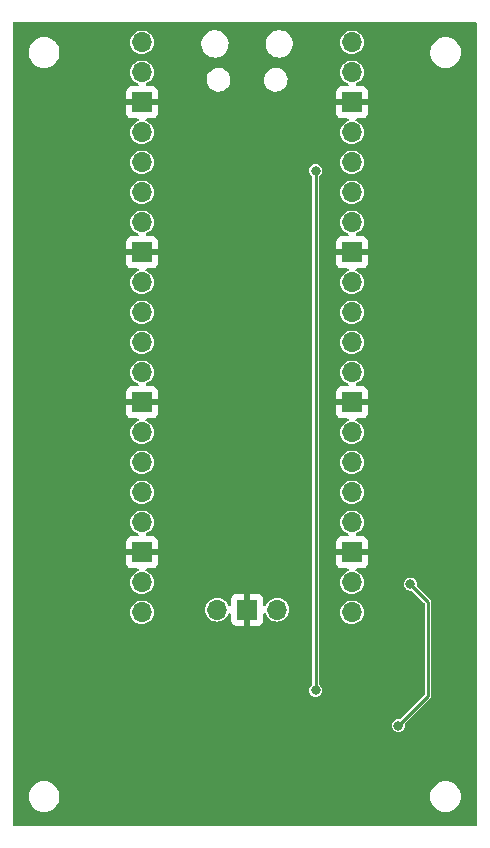
<source format=gbl>
%TF.GenerationSoftware,KiCad,Pcbnew,(6.0.2)*%
%TF.CreationDate,2022-03-20T12:26:15-06:00*%
%TF.ProjectId,carrier_board,63617272-6965-4725-9f62-6f6172642e6b,1*%
%TF.SameCoordinates,Original*%
%TF.FileFunction,Copper,L2,Bot*%
%TF.FilePolarity,Positive*%
%FSLAX46Y46*%
G04 Gerber Fmt 4.6, Leading zero omitted, Abs format (unit mm)*
G04 Created by KiCad (PCBNEW (6.0.2)) date 2022-03-20 12:26:15*
%MOMM*%
%LPD*%
G01*
G04 APERTURE LIST*
%TA.AperFunction,ComponentPad*%
%ADD10O,1.700000X1.700000*%
%TD*%
%TA.AperFunction,ComponentPad*%
%ADD11R,1.700000X1.700000*%
%TD*%
%TA.AperFunction,ViaPad*%
%ADD12C,0.800000*%
%TD*%
%TA.AperFunction,Conductor*%
%ADD13C,0.250000*%
%TD*%
G04 APERTURE END LIST*
D10*
%TO.P,U1,1,GPIO0*%
%TO.N,unconnected-(U1-Pad1)*%
X138300000Y-61145000D03*
%TO.P,U1,2,GPIO1*%
%TO.N,Net-(D1-Pad2)*%
X138300000Y-63685000D03*
D11*
%TO.P,U1,3,GND*%
%TO.N,GND*%
X138300000Y-66225000D03*
D10*
%TO.P,U1,4,GPIO2*%
%TO.N,unconnected-(U1-Pad4)*%
X138300000Y-68765000D03*
%TO.P,U1,5,GPIO3*%
%TO.N,unconnected-(U1-Pad5)*%
X138300000Y-71305000D03*
%TO.P,U1,6,GPIO4*%
%TO.N,unconnected-(U1-Pad6)*%
X138300000Y-73845000D03*
%TO.P,U1,7,GPIO5*%
%TO.N,unconnected-(U1-Pad7)*%
X138300000Y-76385000D03*
D11*
%TO.P,U1,8,GND*%
%TO.N,GND*%
X138300000Y-78925000D03*
D10*
%TO.P,U1,9,GPIO6*%
%TO.N,unconnected-(U1-Pad9)*%
X138300000Y-81465000D03*
%TO.P,U1,10,GPIO7*%
%TO.N,unconnected-(U1-Pad10)*%
X138300000Y-84005000D03*
%TO.P,U1,11,GPIO8*%
%TO.N,unconnected-(U1-Pad11)*%
X138300000Y-86545000D03*
%TO.P,U1,12,GPIO9*%
%TO.N,unconnected-(U1-Pad12)*%
X138300000Y-89085000D03*
D11*
%TO.P,U1,13,GND*%
%TO.N,GND*%
X138300000Y-91625000D03*
D10*
%TO.P,U1,14,GPIO10*%
%TO.N,unconnected-(U1-Pad14)*%
X138300000Y-94165000D03*
%TO.P,U1,15,GPIO11*%
%TO.N,unconnected-(U1-Pad15)*%
X138300000Y-96705000D03*
%TO.P,U1,16,GPIO12*%
%TO.N,unconnected-(U1-Pad16)*%
X138300000Y-99245000D03*
%TO.P,U1,17,GPIO13*%
%TO.N,unconnected-(U1-Pad17)*%
X138300000Y-101785000D03*
D11*
%TO.P,U1,18,GND*%
%TO.N,GND*%
X138300000Y-104325000D03*
D10*
%TO.P,U1,19,GPIO14*%
%TO.N,unconnected-(U1-Pad19)*%
X138300000Y-106865000D03*
%TO.P,U1,20,GPIO15*%
%TO.N,unconnected-(U1-Pad20)*%
X138300000Y-109405000D03*
%TO.P,U1,21,GPIO16*%
%TO.N,Net-(J1-PadP7)*%
X156080000Y-109405000D03*
%TO.P,U1,22,GPIO17*%
%TO.N,Net-(J1-PadP2)*%
X156080000Y-106865000D03*
D11*
%TO.P,U1,23,GND*%
%TO.N,GND*%
X156080000Y-104325000D03*
D10*
%TO.P,U1,24,GPIO18*%
%TO.N,Net-(J1-PadP5)*%
X156080000Y-101785000D03*
%TO.P,U1,25,GPIO19*%
%TO.N,Net-(J1-PadP3)*%
X156080000Y-99245000D03*
%TO.P,U1,26,GPIO20*%
%TO.N,Net-(U1-Pad26)*%
X156080000Y-96705000D03*
%TO.P,U1,27,GPIO21*%
%TO.N,unconnected-(U1-Pad27)*%
X156080000Y-94165000D03*
D11*
%TO.P,U1,28,GND*%
%TO.N,GND*%
X156080000Y-91625000D03*
D10*
%TO.P,U1,29,GPIO22*%
%TO.N,unconnected-(U1-Pad29)*%
X156080000Y-89085000D03*
%TO.P,U1,30,RUN*%
%TO.N,unconnected-(U1-Pad30)*%
X156080000Y-86545000D03*
%TO.P,U1,31,GPIO26_ADC0*%
%TO.N,unconnected-(U1-Pad31)*%
X156080000Y-84005000D03*
%TO.P,U1,32,GPIO27_ADC1*%
%TO.N,unconnected-(U1-Pad32)*%
X156080000Y-81465000D03*
D11*
%TO.P,U1,33,AGND*%
%TO.N,GND*%
X156080000Y-78925000D03*
D10*
%TO.P,U1,34,GPIO28_ADC2*%
%TO.N,unconnected-(U1-Pad34)*%
X156080000Y-76385000D03*
%TO.P,U1,35,ADC_VREF*%
%TO.N,unconnected-(U1-Pad35)*%
X156080000Y-73845000D03*
%TO.P,U1,36,3V3*%
%TO.N,VDD*%
X156080000Y-71305000D03*
%TO.P,U1,37,3V3_EN*%
%TO.N,unconnected-(U1-Pad37)*%
X156080000Y-68765000D03*
D11*
%TO.P,U1,38,GND*%
%TO.N,GND*%
X156080000Y-66225000D03*
D10*
%TO.P,U1,39,VSYS*%
%TO.N,unconnected-(U1-Pad39)*%
X156080000Y-63685000D03*
%TO.P,U1,40,VBUS*%
%TO.N,unconnected-(U1-Pad40)*%
X156080000Y-61145000D03*
%TO.P,U1,41,SWCLK*%
%TO.N,unconnected-(U1-Pad41)*%
X144650000Y-109175000D03*
D11*
%TO.P,U1,42,GND*%
%TO.N,GND*%
X147190000Y-109175000D03*
D10*
%TO.P,U1,43,SWDIO*%
%TO.N,unconnected-(U1-Pad43)*%
X149730000Y-109175000D03*
%TD*%
D12*
%TO.N,Net-(J1-PadP2)*%
X160000000Y-119000000D03*
X161000000Y-107000000D03*
%TO.N,VDD*%
X153000000Y-116000000D03*
X153000000Y-72000000D03*
%TD*%
D13*
%TO.N,Net-(J1-PadP2)*%
X160000000Y-119000000D02*
X162500000Y-116500000D01*
X162500000Y-108500000D02*
X161000000Y-107000000D01*
X162500000Y-116500000D02*
X162500000Y-108500000D01*
%TO.N,VDD*%
X153000000Y-116000000D02*
X153000000Y-72000000D01*
%TD*%
%TA.AperFunction,Conductor*%
%TO.N,GND*%
G36*
X166561121Y-59401002D02*
G01*
X166607614Y-59454658D01*
X166619000Y-59507000D01*
X166619000Y-127393000D01*
X166598998Y-127461121D01*
X166545342Y-127507614D01*
X166493000Y-127519000D01*
X127507000Y-127519000D01*
X127438879Y-127498998D01*
X127392386Y-127445342D01*
X127381000Y-127393000D01*
X127381000Y-125000000D01*
X128694532Y-125000000D01*
X128714365Y-125226692D01*
X128773261Y-125446496D01*
X128869432Y-125652734D01*
X128999953Y-125839139D01*
X129160861Y-126000047D01*
X129347266Y-126130568D01*
X129352244Y-126132889D01*
X129352247Y-126132891D01*
X129548522Y-126224416D01*
X129553504Y-126226739D01*
X129558812Y-126228161D01*
X129558814Y-126228162D01*
X129767993Y-126284211D01*
X129767995Y-126284211D01*
X129773308Y-126285635D01*
X129872302Y-126294296D01*
X129940492Y-126300262D01*
X129940499Y-126300262D01*
X129943216Y-126300500D01*
X130056784Y-126300500D01*
X130059501Y-126300262D01*
X130059508Y-126300262D01*
X130127698Y-126294296D01*
X130226692Y-126285635D01*
X130232005Y-126284211D01*
X130232007Y-126284211D01*
X130441186Y-126228162D01*
X130441188Y-126228161D01*
X130446496Y-126226739D01*
X130451478Y-126224416D01*
X130647753Y-126132891D01*
X130647756Y-126132889D01*
X130652734Y-126130568D01*
X130839139Y-126000047D01*
X131000047Y-125839139D01*
X131130568Y-125652734D01*
X131226739Y-125446496D01*
X131285635Y-125226692D01*
X131305468Y-125000000D01*
X162694532Y-125000000D01*
X162714365Y-125226692D01*
X162773261Y-125446496D01*
X162869432Y-125652734D01*
X162999953Y-125839139D01*
X163160861Y-126000047D01*
X163347266Y-126130568D01*
X163352244Y-126132889D01*
X163352247Y-126132891D01*
X163548522Y-126224416D01*
X163553504Y-126226739D01*
X163558812Y-126228161D01*
X163558814Y-126228162D01*
X163767993Y-126284211D01*
X163767995Y-126284211D01*
X163773308Y-126285635D01*
X163872302Y-126294296D01*
X163940492Y-126300262D01*
X163940499Y-126300262D01*
X163943216Y-126300500D01*
X164056784Y-126300500D01*
X164059501Y-126300262D01*
X164059508Y-126300262D01*
X164127698Y-126294296D01*
X164226692Y-126285635D01*
X164232005Y-126284211D01*
X164232007Y-126284211D01*
X164441186Y-126228162D01*
X164441188Y-126228161D01*
X164446496Y-126226739D01*
X164451478Y-126224416D01*
X164647753Y-126132891D01*
X164647756Y-126132889D01*
X164652734Y-126130568D01*
X164839139Y-126000047D01*
X165000047Y-125839139D01*
X165130568Y-125652734D01*
X165226739Y-125446496D01*
X165285635Y-125226692D01*
X165305468Y-125000000D01*
X165285635Y-124773308D01*
X165226739Y-124553504D01*
X165130568Y-124347266D01*
X165000047Y-124160861D01*
X164839139Y-123999953D01*
X164652734Y-123869432D01*
X164647756Y-123867111D01*
X164647753Y-123867109D01*
X164451478Y-123775584D01*
X164451476Y-123775583D01*
X164446496Y-123773261D01*
X164441188Y-123771839D01*
X164441186Y-123771838D01*
X164232007Y-123715789D01*
X164232005Y-123715789D01*
X164226692Y-123714365D01*
X164127698Y-123705704D01*
X164059508Y-123699738D01*
X164059501Y-123699738D01*
X164056784Y-123699500D01*
X163943216Y-123699500D01*
X163940499Y-123699738D01*
X163940492Y-123699738D01*
X163872302Y-123705704D01*
X163773308Y-123714365D01*
X163767995Y-123715789D01*
X163767993Y-123715789D01*
X163558814Y-123771838D01*
X163558812Y-123771839D01*
X163553504Y-123773261D01*
X163548524Y-123775583D01*
X163548522Y-123775584D01*
X163352247Y-123867109D01*
X163352244Y-123867111D01*
X163347266Y-123869432D01*
X163160861Y-123999953D01*
X162999953Y-124160861D01*
X162869432Y-124347266D01*
X162773261Y-124553504D01*
X162714365Y-124773308D01*
X162694532Y-125000000D01*
X131305468Y-125000000D01*
X131285635Y-124773308D01*
X131226739Y-124553504D01*
X131130568Y-124347266D01*
X131000047Y-124160861D01*
X130839139Y-123999953D01*
X130652734Y-123869432D01*
X130647756Y-123867111D01*
X130647753Y-123867109D01*
X130451478Y-123775584D01*
X130451476Y-123775583D01*
X130446496Y-123773261D01*
X130441188Y-123771839D01*
X130441186Y-123771838D01*
X130232007Y-123715789D01*
X130232005Y-123715789D01*
X130226692Y-123714365D01*
X130127698Y-123705704D01*
X130059508Y-123699738D01*
X130059501Y-123699738D01*
X130056784Y-123699500D01*
X129943216Y-123699500D01*
X129940499Y-123699738D01*
X129940492Y-123699738D01*
X129872302Y-123705704D01*
X129773308Y-123714365D01*
X129767995Y-123715789D01*
X129767993Y-123715789D01*
X129558814Y-123771838D01*
X129558812Y-123771839D01*
X129553504Y-123773261D01*
X129548524Y-123775583D01*
X129548522Y-123775584D01*
X129352247Y-123867109D01*
X129352244Y-123867111D01*
X129347266Y-123869432D01*
X129160861Y-123999953D01*
X128999953Y-124160861D01*
X128869432Y-124347266D01*
X128773261Y-124553504D01*
X128714365Y-124773308D01*
X128694532Y-125000000D01*
X127381000Y-125000000D01*
X127381000Y-119000000D01*
X159442329Y-119000000D01*
X159461331Y-119144336D01*
X159517043Y-119278835D01*
X159605667Y-119394333D01*
X159721164Y-119482957D01*
X159855664Y-119538669D01*
X160000000Y-119557671D01*
X160008188Y-119556593D01*
X160136148Y-119539747D01*
X160144336Y-119538669D01*
X160278836Y-119482957D01*
X160394333Y-119394333D01*
X160482957Y-119278835D01*
X160538669Y-119144336D01*
X160557671Y-119000000D01*
X160546625Y-118916098D01*
X160557564Y-118845951D01*
X160582452Y-118810558D01*
X162662537Y-116730473D01*
X162664033Y-116729181D01*
X162668561Y-116726968D01*
X162699246Y-116693889D01*
X162702526Y-116690484D01*
X162714782Y-116678228D01*
X162717365Y-116674463D01*
X162719105Y-116672481D01*
X162738967Y-116651069D01*
X162743278Y-116640264D01*
X162747168Y-116634110D01*
X162748941Y-116630789D01*
X162751891Y-116624132D01*
X162758472Y-116614539D01*
X162763575Y-116593038D01*
X162769139Y-116575445D01*
X162774035Y-116563174D01*
X162774036Y-116563169D01*
X162777330Y-116554913D01*
X162777900Y-116549099D01*
X162777900Y-116546013D01*
X162778050Y-116542947D01*
X162778421Y-116542965D01*
X162779149Y-116536750D01*
X162779122Y-116536749D01*
X162779690Y-116525131D01*
X162782377Y-116513810D01*
X162779051Y-116489372D01*
X162777900Y-116472380D01*
X162777900Y-108548032D01*
X162778044Y-108546066D01*
X162779681Y-108541300D01*
X162777989Y-108496231D01*
X162777900Y-108491505D01*
X162777900Y-108474152D01*
X162777065Y-108469671D01*
X162776891Y-108466987D01*
X162776234Y-108449476D01*
X162776233Y-108449474D01*
X162775797Y-108437846D01*
X162771203Y-108427154D01*
X162769601Y-108420045D01*
X162768514Y-108416467D01*
X162765890Y-108409666D01*
X162763759Y-108398224D01*
X162752164Y-108379413D01*
X162743659Y-108363040D01*
X162738443Y-108350899D01*
X162738440Y-108350893D01*
X162734931Y-108342727D01*
X162731223Y-108338213D01*
X162729034Y-108336024D01*
X162726983Y-108333762D01*
X162727259Y-108333512D01*
X162723373Y-108328597D01*
X162723353Y-108328615D01*
X162715540Y-108319999D01*
X162709436Y-108310095D01*
X162689797Y-108295161D01*
X162676970Y-108283960D01*
X161582452Y-107189442D01*
X161548426Y-107127130D01*
X161546625Y-107083900D01*
X161552303Y-107040777D01*
X161557671Y-107000000D01*
X161544064Y-106896641D01*
X161539747Y-106863850D01*
X161539746Y-106863848D01*
X161538669Y-106855664D01*
X161482957Y-106721165D01*
X161394333Y-106605667D01*
X161278836Y-106517043D01*
X161144336Y-106461331D01*
X161000000Y-106442329D01*
X160991812Y-106443407D01*
X160863850Y-106460253D01*
X160863848Y-106460254D01*
X160855664Y-106461331D01*
X160839554Y-106468004D01*
X160728793Y-106513883D01*
X160728791Y-106513884D01*
X160721165Y-106517043D01*
X160605667Y-106605667D01*
X160517043Y-106721165D01*
X160461331Y-106855664D01*
X160460254Y-106863848D01*
X160460253Y-106863850D01*
X160455936Y-106896641D01*
X160442329Y-107000000D01*
X160443407Y-107008187D01*
X160443407Y-107008188D01*
X160453375Y-107083900D01*
X160461331Y-107144336D01*
X160517043Y-107278835D01*
X160605667Y-107394333D01*
X160721164Y-107482957D01*
X160855664Y-107538669D01*
X161000000Y-107557671D01*
X161083902Y-107546625D01*
X161154049Y-107557564D01*
X161189442Y-107582452D01*
X162185195Y-108578205D01*
X162219221Y-108640517D01*
X162222100Y-108667300D01*
X162222100Y-116332700D01*
X162202098Y-116400821D01*
X162185195Y-116421795D01*
X160189442Y-118417548D01*
X160127130Y-118451574D01*
X160083903Y-118453375D01*
X160000000Y-118442329D01*
X159991812Y-118443407D01*
X159863850Y-118460253D01*
X159863848Y-118460254D01*
X159855664Y-118461331D01*
X159848037Y-118464490D01*
X159848038Y-118464490D01*
X159728793Y-118513883D01*
X159728791Y-118513884D01*
X159721165Y-118517043D01*
X159605667Y-118605667D01*
X159517043Y-118721165D01*
X159461331Y-118855664D01*
X159460254Y-118863848D01*
X159460253Y-118863850D01*
X159445385Y-118976787D01*
X159442329Y-119000000D01*
X127381000Y-119000000D01*
X127381000Y-116000000D01*
X152442329Y-116000000D01*
X152461331Y-116144336D01*
X152517043Y-116278835D01*
X152605667Y-116394333D01*
X152721164Y-116482957D01*
X152855664Y-116538669D01*
X153000000Y-116557671D01*
X153008188Y-116556593D01*
X153136148Y-116539747D01*
X153144336Y-116538669D01*
X153278836Y-116482957D01*
X153394333Y-116394333D01*
X153482957Y-116278835D01*
X153538669Y-116144336D01*
X153557671Y-116000000D01*
X153538669Y-115855664D01*
X153482957Y-115721165D01*
X153394333Y-115605667D01*
X153327196Y-115554151D01*
X153285329Y-115496813D01*
X153277900Y-115454188D01*
X153277900Y-109390930D01*
X155072345Y-109390930D01*
X155075889Y-109433138D01*
X155084868Y-109540055D01*
X155088803Y-109586919D01*
X155090502Y-109592844D01*
X155137258Y-109755901D01*
X155143015Y-109775979D01*
X155145830Y-109781456D01*
X155145831Y-109781459D01*
X155211162Y-109908580D01*
X155232916Y-109950908D01*
X155236739Y-109955732D01*
X155236742Y-109955736D01*
X155260651Y-109985901D01*
X155355083Y-110105044D01*
X155359777Y-110109038D01*
X155359777Y-110109039D01*
X155428402Y-110167443D01*
X155504862Y-110232516D01*
X155510240Y-110235522D01*
X155510242Y-110235523D01*
X155587408Y-110278649D01*
X155676547Y-110328467D01*
X155863600Y-110389244D01*
X156058895Y-110412532D01*
X156065030Y-110412060D01*
X156065032Y-110412060D01*
X156248852Y-110397916D01*
X156248856Y-110397915D01*
X156254994Y-110397443D01*
X156444428Y-110344552D01*
X156449932Y-110341772D01*
X156449934Y-110341771D01*
X156614480Y-110258653D01*
X156614482Y-110258652D01*
X156619981Y-110255874D01*
X156774966Y-110134786D01*
X156778992Y-110130122D01*
X156778995Y-110130119D01*
X156899451Y-109990569D01*
X156899452Y-109990567D01*
X156903480Y-109985901D01*
X157000628Y-109814890D01*
X157062710Y-109628266D01*
X157087360Y-109433138D01*
X157087753Y-109405000D01*
X157068561Y-109209260D01*
X157011714Y-109020975D01*
X156965546Y-108934146D01*
X156922273Y-108852760D01*
X156922271Y-108852757D01*
X156919379Y-108847318D01*
X156915489Y-108842548D01*
X156915486Y-108842544D01*
X156798967Y-108699678D01*
X156798964Y-108699675D01*
X156795072Y-108694903D01*
X156729331Y-108640517D01*
X156648278Y-108573464D01*
X156648274Y-108573462D01*
X156643528Y-108569535D01*
X156470520Y-108475990D01*
X156282637Y-108417830D01*
X156276519Y-108417187D01*
X156276514Y-108417186D01*
X156093164Y-108397916D01*
X156093162Y-108397916D01*
X156087035Y-108397272D01*
X156004199Y-108404810D01*
X155897305Y-108414538D01*
X155897302Y-108414539D01*
X155891166Y-108415097D01*
X155702489Y-108470628D01*
X155528192Y-108561748D01*
X155374912Y-108684988D01*
X155370954Y-108689705D01*
X155370952Y-108689707D01*
X155306352Y-108766694D01*
X155248489Y-108835653D01*
X155153739Y-109008004D01*
X155151878Y-109013871D01*
X155151877Y-109013873D01*
X155149624Y-109020975D01*
X155094269Y-109195476D01*
X155072345Y-109390930D01*
X153277900Y-109390930D01*
X153277900Y-105219669D01*
X154722001Y-105219669D01*
X154722371Y-105226490D01*
X154727895Y-105277352D01*
X154731521Y-105292604D01*
X154776676Y-105413054D01*
X154785214Y-105428649D01*
X154861715Y-105530724D01*
X154874276Y-105543285D01*
X154976351Y-105619786D01*
X154991946Y-105628324D01*
X155112394Y-105673478D01*
X155127649Y-105677105D01*
X155178514Y-105682631D01*
X155185328Y-105683000D01*
X155669477Y-105683000D01*
X155737598Y-105703002D01*
X155784091Y-105756658D01*
X155794195Y-105826932D01*
X155764701Y-105891512D01*
X155713301Y-105924564D01*
X155714115Y-105926579D01*
X155708398Y-105928889D01*
X155702489Y-105930628D01*
X155528192Y-106021748D01*
X155374912Y-106144988D01*
X155370954Y-106149705D01*
X155370952Y-106149707D01*
X155288638Y-106247805D01*
X155248489Y-106295653D01*
X155153739Y-106468004D01*
X155151878Y-106473871D01*
X155151877Y-106473873D01*
X155149624Y-106480975D01*
X155094269Y-106655476D01*
X155072345Y-106850930D01*
X155075889Y-106893138D01*
X155085551Y-107008188D01*
X155088803Y-107046919D01*
X155090502Y-107052844D01*
X155118924Y-107151962D01*
X155143015Y-107235979D01*
X155145830Y-107241456D01*
X155145831Y-107241459D01*
X155226979Y-107399356D01*
X155232916Y-107410908D01*
X155236739Y-107415732D01*
X155236742Y-107415736D01*
X155260651Y-107445901D01*
X155355083Y-107565044D01*
X155504862Y-107692516D01*
X155676547Y-107788467D01*
X155863600Y-107849244D01*
X156058895Y-107872532D01*
X156065030Y-107872060D01*
X156065032Y-107872060D01*
X156248852Y-107857916D01*
X156248856Y-107857915D01*
X156254994Y-107857443D01*
X156444428Y-107804552D01*
X156449932Y-107801772D01*
X156449934Y-107801771D01*
X156614480Y-107718653D01*
X156614482Y-107718652D01*
X156619981Y-107715874D01*
X156774966Y-107594786D01*
X156778992Y-107590122D01*
X156778995Y-107590119D01*
X156899451Y-107450569D01*
X156899452Y-107450567D01*
X156903480Y-107445901D01*
X157000628Y-107274890D01*
X157062710Y-107088266D01*
X157087360Y-106893138D01*
X157087753Y-106865000D01*
X157068561Y-106669260D01*
X157011714Y-106480975D01*
X156919379Y-106307318D01*
X156915489Y-106302548D01*
X156915486Y-106302544D01*
X156798967Y-106159678D01*
X156798964Y-106159675D01*
X156795072Y-106154903D01*
X156778422Y-106141129D01*
X156648278Y-106033464D01*
X156648274Y-106033462D01*
X156643528Y-106029535D01*
X156470520Y-105935990D01*
X156449115Y-105929364D01*
X156389956Y-105890111D01*
X156361410Y-105825106D01*
X156372539Y-105754988D01*
X156419811Y-105702017D01*
X156486376Y-105682999D01*
X156974669Y-105682999D01*
X156981490Y-105682629D01*
X157032352Y-105677105D01*
X157047604Y-105673479D01*
X157168054Y-105628324D01*
X157183649Y-105619786D01*
X157285724Y-105543285D01*
X157298285Y-105530724D01*
X157374786Y-105428649D01*
X157383324Y-105413054D01*
X157428478Y-105292606D01*
X157432105Y-105277351D01*
X157437631Y-105226486D01*
X157438000Y-105219672D01*
X157438000Y-104597115D01*
X157433525Y-104581876D01*
X157432135Y-104580671D01*
X157424452Y-104579000D01*
X154740116Y-104579000D01*
X154724877Y-104583475D01*
X154723672Y-104584865D01*
X154722001Y-104592548D01*
X154722001Y-105219669D01*
X153277900Y-105219669D01*
X153277900Y-104052885D01*
X154722000Y-104052885D01*
X154726475Y-104068124D01*
X154727865Y-104069329D01*
X154735548Y-104071000D01*
X157419884Y-104071000D01*
X157435123Y-104066525D01*
X157436328Y-104065135D01*
X157437999Y-104057452D01*
X157437999Y-103430331D01*
X157437629Y-103423510D01*
X157432105Y-103372648D01*
X157428479Y-103357396D01*
X157383324Y-103236946D01*
X157374786Y-103221351D01*
X157298285Y-103119276D01*
X157285724Y-103106715D01*
X157183649Y-103030214D01*
X157168054Y-103021676D01*
X157047606Y-102976522D01*
X157032351Y-102972895D01*
X156981486Y-102967369D01*
X156974672Y-102967000D01*
X156490971Y-102967000D01*
X156422850Y-102946998D01*
X156376357Y-102893342D01*
X156366253Y-102823068D01*
X156395747Y-102758488D01*
X156443638Y-102724772D01*
X156444428Y-102724552D01*
X156449930Y-102721773D01*
X156449932Y-102721772D01*
X156614480Y-102638653D01*
X156614482Y-102638652D01*
X156619981Y-102635874D01*
X156774966Y-102514786D01*
X156778992Y-102510122D01*
X156778995Y-102510119D01*
X156899451Y-102370569D01*
X156899452Y-102370567D01*
X156903480Y-102365901D01*
X157000628Y-102194890D01*
X157062710Y-102008266D01*
X157087360Y-101813138D01*
X157087753Y-101785000D01*
X157068561Y-101589260D01*
X157011714Y-101400975D01*
X156919379Y-101227318D01*
X156915489Y-101222548D01*
X156915486Y-101222544D01*
X156798967Y-101079678D01*
X156798964Y-101079675D01*
X156795072Y-101074903D01*
X156778422Y-101061129D01*
X156648278Y-100953464D01*
X156648274Y-100953462D01*
X156643528Y-100949535D01*
X156470520Y-100855990D01*
X156282637Y-100797830D01*
X156276519Y-100797187D01*
X156276514Y-100797186D01*
X156093164Y-100777916D01*
X156093162Y-100777916D01*
X156087035Y-100777272D01*
X156004199Y-100784810D01*
X155897305Y-100794538D01*
X155897302Y-100794539D01*
X155891166Y-100795097D01*
X155702489Y-100850628D01*
X155528192Y-100941748D01*
X155374912Y-101064988D01*
X155370954Y-101069705D01*
X155370952Y-101069707D01*
X155288638Y-101167805D01*
X155248489Y-101215653D01*
X155153739Y-101388004D01*
X155151878Y-101393871D01*
X155151877Y-101393873D01*
X155149624Y-101400975D01*
X155094269Y-101575476D01*
X155072345Y-101770930D01*
X155088803Y-101966919D01*
X155143015Y-102155979D01*
X155145830Y-102161456D01*
X155145831Y-102161459D01*
X155230101Y-102325431D01*
X155232916Y-102330908D01*
X155236739Y-102335732D01*
X155236742Y-102335736D01*
X155260651Y-102365901D01*
X155355083Y-102485044D01*
X155504862Y-102612516D01*
X155676547Y-102708467D01*
X155715637Y-102721168D01*
X155774242Y-102761242D01*
X155801879Y-102826639D01*
X155789772Y-102896595D01*
X155741766Y-102948901D01*
X155676700Y-102967001D01*
X155185331Y-102967001D01*
X155178510Y-102967371D01*
X155127648Y-102972895D01*
X155112396Y-102976521D01*
X154991946Y-103021676D01*
X154976351Y-103030214D01*
X154874276Y-103106715D01*
X154861715Y-103119276D01*
X154785214Y-103221351D01*
X154776676Y-103236946D01*
X154731522Y-103357394D01*
X154727895Y-103372649D01*
X154722369Y-103423514D01*
X154722000Y-103430328D01*
X154722000Y-104052885D01*
X153277900Y-104052885D01*
X153277900Y-99230930D01*
X155072345Y-99230930D01*
X155088803Y-99426919D01*
X155143015Y-99615979D01*
X155145830Y-99621456D01*
X155145831Y-99621459D01*
X155230101Y-99785431D01*
X155232916Y-99790908D01*
X155236739Y-99795732D01*
X155236742Y-99795736D01*
X155260651Y-99825901D01*
X155355083Y-99945044D01*
X155504862Y-100072516D01*
X155676547Y-100168467D01*
X155863600Y-100229244D01*
X156058895Y-100252532D01*
X156065030Y-100252060D01*
X156065032Y-100252060D01*
X156248852Y-100237916D01*
X156248856Y-100237915D01*
X156254994Y-100237443D01*
X156444428Y-100184552D01*
X156449932Y-100181772D01*
X156449934Y-100181771D01*
X156614480Y-100098653D01*
X156614482Y-100098652D01*
X156619981Y-100095874D01*
X156774966Y-99974786D01*
X156778992Y-99970122D01*
X156778995Y-99970119D01*
X156899451Y-99830569D01*
X156899452Y-99830567D01*
X156903480Y-99825901D01*
X157000628Y-99654890D01*
X157062710Y-99468266D01*
X157087360Y-99273138D01*
X157087753Y-99245000D01*
X157068561Y-99049260D01*
X157011714Y-98860975D01*
X156919379Y-98687318D01*
X156915489Y-98682548D01*
X156915486Y-98682544D01*
X156798967Y-98539678D01*
X156798964Y-98539675D01*
X156795072Y-98534903D01*
X156778422Y-98521129D01*
X156648278Y-98413464D01*
X156648274Y-98413462D01*
X156643528Y-98409535D01*
X156470520Y-98315990D01*
X156282637Y-98257830D01*
X156276519Y-98257187D01*
X156276514Y-98257186D01*
X156093164Y-98237916D01*
X156093162Y-98237916D01*
X156087035Y-98237272D01*
X156004199Y-98244810D01*
X155897305Y-98254538D01*
X155897302Y-98254539D01*
X155891166Y-98255097D01*
X155702489Y-98310628D01*
X155528192Y-98401748D01*
X155374912Y-98524988D01*
X155370954Y-98529705D01*
X155370952Y-98529707D01*
X155288638Y-98627805D01*
X155248489Y-98675653D01*
X155153739Y-98848004D01*
X155151878Y-98853871D01*
X155151877Y-98853873D01*
X155149624Y-98860975D01*
X155094269Y-99035476D01*
X155072345Y-99230930D01*
X153277900Y-99230930D01*
X153277900Y-96690930D01*
X155072345Y-96690930D01*
X155088803Y-96886919D01*
X155143015Y-97075979D01*
X155145830Y-97081456D01*
X155145831Y-97081459D01*
X155230101Y-97245431D01*
X155232916Y-97250908D01*
X155236739Y-97255732D01*
X155236742Y-97255736D01*
X155260651Y-97285901D01*
X155355083Y-97405044D01*
X155504862Y-97532516D01*
X155676547Y-97628467D01*
X155863600Y-97689244D01*
X156058895Y-97712532D01*
X156065030Y-97712060D01*
X156065032Y-97712060D01*
X156248852Y-97697916D01*
X156248856Y-97697915D01*
X156254994Y-97697443D01*
X156444428Y-97644552D01*
X156449932Y-97641772D01*
X156449934Y-97641771D01*
X156614480Y-97558653D01*
X156614482Y-97558652D01*
X156619981Y-97555874D01*
X156774966Y-97434786D01*
X156778992Y-97430122D01*
X156778995Y-97430119D01*
X156899451Y-97290569D01*
X156899452Y-97290567D01*
X156903480Y-97285901D01*
X157000628Y-97114890D01*
X157062710Y-96928266D01*
X157087360Y-96733138D01*
X157087753Y-96705000D01*
X157068561Y-96509260D01*
X157011714Y-96320975D01*
X156919379Y-96147318D01*
X156915489Y-96142548D01*
X156915486Y-96142544D01*
X156798967Y-95999678D01*
X156798964Y-95999675D01*
X156795072Y-95994903D01*
X156778422Y-95981129D01*
X156648278Y-95873464D01*
X156648274Y-95873462D01*
X156643528Y-95869535D01*
X156470520Y-95775990D01*
X156282637Y-95717830D01*
X156276519Y-95717187D01*
X156276514Y-95717186D01*
X156093164Y-95697916D01*
X156093162Y-95697916D01*
X156087035Y-95697272D01*
X156004199Y-95704810D01*
X155897305Y-95714538D01*
X155897302Y-95714539D01*
X155891166Y-95715097D01*
X155702489Y-95770628D01*
X155528192Y-95861748D01*
X155374912Y-95984988D01*
X155370954Y-95989705D01*
X155370952Y-95989707D01*
X155288638Y-96087805D01*
X155248489Y-96135653D01*
X155153739Y-96308004D01*
X155151878Y-96313871D01*
X155151877Y-96313873D01*
X155149624Y-96320975D01*
X155094269Y-96495476D01*
X155072345Y-96690930D01*
X153277900Y-96690930D01*
X153277900Y-92519669D01*
X154722001Y-92519669D01*
X154722371Y-92526490D01*
X154727895Y-92577352D01*
X154731521Y-92592604D01*
X154776676Y-92713054D01*
X154785214Y-92728649D01*
X154861715Y-92830724D01*
X154874276Y-92843285D01*
X154976351Y-92919786D01*
X154991946Y-92928324D01*
X155112394Y-92973478D01*
X155127649Y-92977105D01*
X155178514Y-92982631D01*
X155185328Y-92983000D01*
X155669477Y-92983000D01*
X155737598Y-93003002D01*
X155784091Y-93056658D01*
X155794195Y-93126932D01*
X155764701Y-93191512D01*
X155713301Y-93224564D01*
X155714115Y-93226579D01*
X155708398Y-93228889D01*
X155702489Y-93230628D01*
X155528192Y-93321748D01*
X155374912Y-93444988D01*
X155370954Y-93449705D01*
X155370952Y-93449707D01*
X155288638Y-93547805D01*
X155248489Y-93595653D01*
X155153739Y-93768004D01*
X155151878Y-93773871D01*
X155151877Y-93773873D01*
X155149624Y-93780975D01*
X155094269Y-93955476D01*
X155072345Y-94150930D01*
X155088803Y-94346919D01*
X155143015Y-94535979D01*
X155145830Y-94541456D01*
X155145831Y-94541459D01*
X155230101Y-94705431D01*
X155232916Y-94710908D01*
X155236739Y-94715732D01*
X155236742Y-94715736D01*
X155260651Y-94745901D01*
X155355083Y-94865044D01*
X155504862Y-94992516D01*
X155676547Y-95088467D01*
X155863600Y-95149244D01*
X156058895Y-95172532D01*
X156065030Y-95172060D01*
X156065032Y-95172060D01*
X156248852Y-95157916D01*
X156248856Y-95157915D01*
X156254994Y-95157443D01*
X156444428Y-95104552D01*
X156449932Y-95101772D01*
X156449934Y-95101771D01*
X156614480Y-95018653D01*
X156614482Y-95018652D01*
X156619981Y-95015874D01*
X156774966Y-94894786D01*
X156778992Y-94890122D01*
X156778995Y-94890119D01*
X156899451Y-94750569D01*
X156899452Y-94750567D01*
X156903480Y-94745901D01*
X157000628Y-94574890D01*
X157062710Y-94388266D01*
X157087360Y-94193138D01*
X157087753Y-94165000D01*
X157068561Y-93969260D01*
X157011714Y-93780975D01*
X156919379Y-93607318D01*
X156915489Y-93602548D01*
X156915486Y-93602544D01*
X156798967Y-93459678D01*
X156798964Y-93459675D01*
X156795072Y-93454903D01*
X156778422Y-93441129D01*
X156648278Y-93333464D01*
X156648274Y-93333462D01*
X156643528Y-93329535D01*
X156470520Y-93235990D01*
X156449115Y-93229364D01*
X156389956Y-93190111D01*
X156361410Y-93125106D01*
X156372539Y-93054988D01*
X156419811Y-93002017D01*
X156486376Y-92982999D01*
X156974669Y-92982999D01*
X156981490Y-92982629D01*
X157032352Y-92977105D01*
X157047604Y-92973479D01*
X157168054Y-92928324D01*
X157183649Y-92919786D01*
X157285724Y-92843285D01*
X157298285Y-92830724D01*
X157374786Y-92728649D01*
X157383324Y-92713054D01*
X157428478Y-92592606D01*
X157432105Y-92577351D01*
X157437631Y-92526486D01*
X157438000Y-92519672D01*
X157438000Y-91897115D01*
X157433525Y-91881876D01*
X157432135Y-91880671D01*
X157424452Y-91879000D01*
X154740116Y-91879000D01*
X154724877Y-91883475D01*
X154723672Y-91884865D01*
X154722001Y-91892548D01*
X154722001Y-92519669D01*
X153277900Y-92519669D01*
X153277900Y-91352885D01*
X154722000Y-91352885D01*
X154726475Y-91368124D01*
X154727865Y-91369329D01*
X154735548Y-91371000D01*
X157419884Y-91371000D01*
X157435123Y-91366525D01*
X157436328Y-91365135D01*
X157437999Y-91357452D01*
X157437999Y-90730331D01*
X157437629Y-90723510D01*
X157432105Y-90672648D01*
X157428479Y-90657396D01*
X157383324Y-90536946D01*
X157374786Y-90521351D01*
X157298285Y-90419276D01*
X157285724Y-90406715D01*
X157183649Y-90330214D01*
X157168054Y-90321676D01*
X157047606Y-90276522D01*
X157032351Y-90272895D01*
X156981486Y-90267369D01*
X156974672Y-90267000D01*
X156490971Y-90267000D01*
X156422850Y-90246998D01*
X156376357Y-90193342D01*
X156366253Y-90123068D01*
X156395747Y-90058488D01*
X156443638Y-90024772D01*
X156444428Y-90024552D01*
X156449930Y-90021773D01*
X156449932Y-90021772D01*
X156614480Y-89938653D01*
X156614482Y-89938652D01*
X156619981Y-89935874D01*
X156774966Y-89814786D01*
X156778992Y-89810122D01*
X156778995Y-89810119D01*
X156899451Y-89670569D01*
X156899452Y-89670567D01*
X156903480Y-89665901D01*
X157000628Y-89494890D01*
X157062710Y-89308266D01*
X157087360Y-89113138D01*
X157087753Y-89085000D01*
X157068561Y-88889260D01*
X157011714Y-88700975D01*
X156919379Y-88527318D01*
X156915489Y-88522548D01*
X156915486Y-88522544D01*
X156798967Y-88379678D01*
X156798964Y-88379675D01*
X156795072Y-88374903D01*
X156778422Y-88361129D01*
X156648278Y-88253464D01*
X156648274Y-88253462D01*
X156643528Y-88249535D01*
X156470520Y-88155990D01*
X156282637Y-88097830D01*
X156276519Y-88097187D01*
X156276514Y-88097186D01*
X156093164Y-88077916D01*
X156093162Y-88077916D01*
X156087035Y-88077272D01*
X156004199Y-88084810D01*
X155897305Y-88094538D01*
X155897302Y-88094539D01*
X155891166Y-88095097D01*
X155702489Y-88150628D01*
X155528192Y-88241748D01*
X155374912Y-88364988D01*
X155370954Y-88369705D01*
X155370952Y-88369707D01*
X155288638Y-88467805D01*
X155248489Y-88515653D01*
X155153739Y-88688004D01*
X155151878Y-88693871D01*
X155151877Y-88693873D01*
X155149624Y-88700975D01*
X155094269Y-88875476D01*
X155072345Y-89070930D01*
X155088803Y-89266919D01*
X155143015Y-89455979D01*
X155145830Y-89461456D01*
X155145831Y-89461459D01*
X155230101Y-89625431D01*
X155232916Y-89630908D01*
X155236739Y-89635732D01*
X155236742Y-89635736D01*
X155260651Y-89665901D01*
X155355083Y-89785044D01*
X155504862Y-89912516D01*
X155676547Y-90008467D01*
X155715637Y-90021168D01*
X155774242Y-90061242D01*
X155801879Y-90126639D01*
X155789772Y-90196595D01*
X155741766Y-90248901D01*
X155676700Y-90267001D01*
X155185331Y-90267001D01*
X155178510Y-90267371D01*
X155127648Y-90272895D01*
X155112396Y-90276521D01*
X154991946Y-90321676D01*
X154976351Y-90330214D01*
X154874276Y-90406715D01*
X154861715Y-90419276D01*
X154785214Y-90521351D01*
X154776676Y-90536946D01*
X154731522Y-90657394D01*
X154727895Y-90672649D01*
X154722369Y-90723514D01*
X154722000Y-90730328D01*
X154722000Y-91352885D01*
X153277900Y-91352885D01*
X153277900Y-86530930D01*
X155072345Y-86530930D01*
X155088803Y-86726919D01*
X155143015Y-86915979D01*
X155145830Y-86921456D01*
X155145831Y-86921459D01*
X155230101Y-87085431D01*
X155232916Y-87090908D01*
X155236739Y-87095732D01*
X155236742Y-87095736D01*
X155260651Y-87125901D01*
X155355083Y-87245044D01*
X155504862Y-87372516D01*
X155676547Y-87468467D01*
X155863600Y-87529244D01*
X156058895Y-87552532D01*
X156065030Y-87552060D01*
X156065032Y-87552060D01*
X156248852Y-87537916D01*
X156248856Y-87537915D01*
X156254994Y-87537443D01*
X156444428Y-87484552D01*
X156449932Y-87481772D01*
X156449934Y-87481771D01*
X156614480Y-87398653D01*
X156614482Y-87398652D01*
X156619981Y-87395874D01*
X156774966Y-87274786D01*
X156778992Y-87270122D01*
X156778995Y-87270119D01*
X156899451Y-87130569D01*
X156899452Y-87130567D01*
X156903480Y-87125901D01*
X157000628Y-86954890D01*
X157062710Y-86768266D01*
X157087360Y-86573138D01*
X157087753Y-86545000D01*
X157068561Y-86349260D01*
X157011714Y-86160975D01*
X156919379Y-85987318D01*
X156915489Y-85982548D01*
X156915486Y-85982544D01*
X156798967Y-85839678D01*
X156798964Y-85839675D01*
X156795072Y-85834903D01*
X156778422Y-85821129D01*
X156648278Y-85713464D01*
X156648274Y-85713462D01*
X156643528Y-85709535D01*
X156470520Y-85615990D01*
X156282637Y-85557830D01*
X156276519Y-85557187D01*
X156276514Y-85557186D01*
X156093164Y-85537916D01*
X156093162Y-85537916D01*
X156087035Y-85537272D01*
X156004199Y-85544810D01*
X155897305Y-85554538D01*
X155897302Y-85554539D01*
X155891166Y-85555097D01*
X155702489Y-85610628D01*
X155528192Y-85701748D01*
X155374912Y-85824988D01*
X155370954Y-85829705D01*
X155370952Y-85829707D01*
X155288638Y-85927805D01*
X155248489Y-85975653D01*
X155153739Y-86148004D01*
X155151878Y-86153871D01*
X155151877Y-86153873D01*
X155149624Y-86160975D01*
X155094269Y-86335476D01*
X155072345Y-86530930D01*
X153277900Y-86530930D01*
X153277900Y-83990930D01*
X155072345Y-83990930D01*
X155088803Y-84186919D01*
X155143015Y-84375979D01*
X155145830Y-84381456D01*
X155145831Y-84381459D01*
X155230101Y-84545431D01*
X155232916Y-84550908D01*
X155236739Y-84555732D01*
X155236742Y-84555736D01*
X155260651Y-84585901D01*
X155355083Y-84705044D01*
X155504862Y-84832516D01*
X155676547Y-84928467D01*
X155863600Y-84989244D01*
X156058895Y-85012532D01*
X156065030Y-85012060D01*
X156065032Y-85012060D01*
X156248852Y-84997916D01*
X156248856Y-84997915D01*
X156254994Y-84997443D01*
X156444428Y-84944552D01*
X156449932Y-84941772D01*
X156449934Y-84941771D01*
X156614480Y-84858653D01*
X156614482Y-84858652D01*
X156619981Y-84855874D01*
X156774966Y-84734786D01*
X156778992Y-84730122D01*
X156778995Y-84730119D01*
X156899451Y-84590569D01*
X156899452Y-84590567D01*
X156903480Y-84585901D01*
X157000628Y-84414890D01*
X157062710Y-84228266D01*
X157087360Y-84033138D01*
X157087753Y-84005000D01*
X157068561Y-83809260D01*
X157011714Y-83620975D01*
X156919379Y-83447318D01*
X156915489Y-83442548D01*
X156915486Y-83442544D01*
X156798967Y-83299678D01*
X156798964Y-83299675D01*
X156795072Y-83294903D01*
X156778422Y-83281129D01*
X156648278Y-83173464D01*
X156648274Y-83173462D01*
X156643528Y-83169535D01*
X156470520Y-83075990D01*
X156282637Y-83017830D01*
X156276519Y-83017187D01*
X156276514Y-83017186D01*
X156093164Y-82997916D01*
X156093162Y-82997916D01*
X156087035Y-82997272D01*
X156004199Y-83004810D01*
X155897305Y-83014538D01*
X155897302Y-83014539D01*
X155891166Y-83015097D01*
X155702489Y-83070628D01*
X155528192Y-83161748D01*
X155374912Y-83284988D01*
X155370954Y-83289705D01*
X155370952Y-83289707D01*
X155288638Y-83387805D01*
X155248489Y-83435653D01*
X155153739Y-83608004D01*
X155151878Y-83613871D01*
X155151877Y-83613873D01*
X155149624Y-83620975D01*
X155094269Y-83795476D01*
X155072345Y-83990930D01*
X153277900Y-83990930D01*
X153277900Y-79819669D01*
X154722001Y-79819669D01*
X154722371Y-79826490D01*
X154727895Y-79877352D01*
X154731521Y-79892604D01*
X154776676Y-80013054D01*
X154785214Y-80028649D01*
X154861715Y-80130724D01*
X154874276Y-80143285D01*
X154976351Y-80219786D01*
X154991946Y-80228324D01*
X155112394Y-80273478D01*
X155127649Y-80277105D01*
X155178514Y-80282631D01*
X155185328Y-80283000D01*
X155669477Y-80283000D01*
X155737598Y-80303002D01*
X155784091Y-80356658D01*
X155794195Y-80426932D01*
X155764701Y-80491512D01*
X155713301Y-80524564D01*
X155714115Y-80526579D01*
X155708398Y-80528889D01*
X155702489Y-80530628D01*
X155528192Y-80621748D01*
X155374912Y-80744988D01*
X155370954Y-80749705D01*
X155370952Y-80749707D01*
X155288638Y-80847805D01*
X155248489Y-80895653D01*
X155153739Y-81068004D01*
X155151878Y-81073871D01*
X155151877Y-81073873D01*
X155149624Y-81080975D01*
X155094269Y-81255476D01*
X155072345Y-81450930D01*
X155088803Y-81646919D01*
X155143015Y-81835979D01*
X155145830Y-81841456D01*
X155145831Y-81841459D01*
X155230101Y-82005431D01*
X155232916Y-82010908D01*
X155236739Y-82015732D01*
X155236742Y-82015736D01*
X155260651Y-82045901D01*
X155355083Y-82165044D01*
X155504862Y-82292516D01*
X155676547Y-82388467D01*
X155863600Y-82449244D01*
X156058895Y-82472532D01*
X156065030Y-82472060D01*
X156065032Y-82472060D01*
X156248852Y-82457916D01*
X156248856Y-82457915D01*
X156254994Y-82457443D01*
X156444428Y-82404552D01*
X156449932Y-82401772D01*
X156449934Y-82401771D01*
X156614480Y-82318653D01*
X156614482Y-82318652D01*
X156619981Y-82315874D01*
X156774966Y-82194786D01*
X156778992Y-82190122D01*
X156778995Y-82190119D01*
X156899451Y-82050569D01*
X156899452Y-82050567D01*
X156903480Y-82045901D01*
X157000628Y-81874890D01*
X157062710Y-81688266D01*
X157087360Y-81493138D01*
X157087753Y-81465000D01*
X157068561Y-81269260D01*
X157011714Y-81080975D01*
X156919379Y-80907318D01*
X156915489Y-80902548D01*
X156915486Y-80902544D01*
X156798967Y-80759678D01*
X156798964Y-80759675D01*
X156795072Y-80754903D01*
X156778422Y-80741129D01*
X156648278Y-80633464D01*
X156648274Y-80633462D01*
X156643528Y-80629535D01*
X156470520Y-80535990D01*
X156449115Y-80529364D01*
X156389956Y-80490111D01*
X156361410Y-80425106D01*
X156372539Y-80354988D01*
X156419811Y-80302017D01*
X156486376Y-80282999D01*
X156974669Y-80282999D01*
X156981490Y-80282629D01*
X157032352Y-80277105D01*
X157047604Y-80273479D01*
X157168054Y-80228324D01*
X157183649Y-80219786D01*
X157285724Y-80143285D01*
X157298285Y-80130724D01*
X157374786Y-80028649D01*
X157383324Y-80013054D01*
X157428478Y-79892606D01*
X157432105Y-79877351D01*
X157437631Y-79826486D01*
X157438000Y-79819672D01*
X157438000Y-79197115D01*
X157433525Y-79181876D01*
X157432135Y-79180671D01*
X157424452Y-79179000D01*
X154740116Y-79179000D01*
X154724877Y-79183475D01*
X154723672Y-79184865D01*
X154722001Y-79192548D01*
X154722001Y-79819669D01*
X153277900Y-79819669D01*
X153277900Y-78652885D01*
X154722000Y-78652885D01*
X154726475Y-78668124D01*
X154727865Y-78669329D01*
X154735548Y-78671000D01*
X157419884Y-78671000D01*
X157435123Y-78666525D01*
X157436328Y-78665135D01*
X157437999Y-78657452D01*
X157437999Y-78030331D01*
X157437629Y-78023510D01*
X157432105Y-77972648D01*
X157428479Y-77957396D01*
X157383324Y-77836946D01*
X157374786Y-77821351D01*
X157298285Y-77719276D01*
X157285724Y-77706715D01*
X157183649Y-77630214D01*
X157168054Y-77621676D01*
X157047606Y-77576522D01*
X157032351Y-77572895D01*
X156981486Y-77567369D01*
X156974672Y-77567000D01*
X156490971Y-77567000D01*
X156422850Y-77546998D01*
X156376357Y-77493342D01*
X156366253Y-77423068D01*
X156395747Y-77358488D01*
X156443638Y-77324772D01*
X156444428Y-77324552D01*
X156449930Y-77321773D01*
X156449932Y-77321772D01*
X156614480Y-77238653D01*
X156614482Y-77238652D01*
X156619981Y-77235874D01*
X156774966Y-77114786D01*
X156778992Y-77110122D01*
X156778995Y-77110119D01*
X156899451Y-76970569D01*
X156899452Y-76970567D01*
X156903480Y-76965901D01*
X157000628Y-76794890D01*
X157062710Y-76608266D01*
X157087360Y-76413138D01*
X157087753Y-76385000D01*
X157068561Y-76189260D01*
X157011714Y-76000975D01*
X156919379Y-75827318D01*
X156915489Y-75822548D01*
X156915486Y-75822544D01*
X156798967Y-75679678D01*
X156798964Y-75679675D01*
X156795072Y-75674903D01*
X156778422Y-75661129D01*
X156648278Y-75553464D01*
X156648274Y-75553462D01*
X156643528Y-75549535D01*
X156470520Y-75455990D01*
X156282637Y-75397830D01*
X156276519Y-75397187D01*
X156276514Y-75397186D01*
X156093164Y-75377916D01*
X156093162Y-75377916D01*
X156087035Y-75377272D01*
X156004199Y-75384810D01*
X155897305Y-75394538D01*
X155897302Y-75394539D01*
X155891166Y-75395097D01*
X155702489Y-75450628D01*
X155528192Y-75541748D01*
X155374912Y-75664988D01*
X155370954Y-75669705D01*
X155370952Y-75669707D01*
X155288638Y-75767805D01*
X155248489Y-75815653D01*
X155153739Y-75988004D01*
X155151878Y-75993871D01*
X155151877Y-75993873D01*
X155149624Y-76000975D01*
X155094269Y-76175476D01*
X155072345Y-76370930D01*
X155088803Y-76566919D01*
X155143015Y-76755979D01*
X155145830Y-76761456D01*
X155145831Y-76761459D01*
X155230101Y-76925431D01*
X155232916Y-76930908D01*
X155236739Y-76935732D01*
X155236742Y-76935736D01*
X155260651Y-76965901D01*
X155355083Y-77085044D01*
X155504862Y-77212516D01*
X155676547Y-77308467D01*
X155715637Y-77321168D01*
X155774242Y-77361242D01*
X155801879Y-77426639D01*
X155789772Y-77496595D01*
X155741766Y-77548901D01*
X155676700Y-77567001D01*
X155185331Y-77567001D01*
X155178510Y-77567371D01*
X155127648Y-77572895D01*
X155112396Y-77576521D01*
X154991946Y-77621676D01*
X154976351Y-77630214D01*
X154874276Y-77706715D01*
X154861715Y-77719276D01*
X154785214Y-77821351D01*
X154776676Y-77836946D01*
X154731522Y-77957394D01*
X154727895Y-77972649D01*
X154722369Y-78023514D01*
X154722000Y-78030328D01*
X154722000Y-78652885D01*
X153277900Y-78652885D01*
X153277900Y-73830930D01*
X155072345Y-73830930D01*
X155088803Y-74026919D01*
X155143015Y-74215979D01*
X155145830Y-74221456D01*
X155145831Y-74221459D01*
X155230101Y-74385431D01*
X155232916Y-74390908D01*
X155236739Y-74395732D01*
X155236742Y-74395736D01*
X155260651Y-74425901D01*
X155355083Y-74545044D01*
X155504862Y-74672516D01*
X155676547Y-74768467D01*
X155863600Y-74829244D01*
X156058895Y-74852532D01*
X156065030Y-74852060D01*
X156065032Y-74852060D01*
X156248852Y-74837916D01*
X156248856Y-74837915D01*
X156254994Y-74837443D01*
X156444428Y-74784552D01*
X156449932Y-74781772D01*
X156449934Y-74781771D01*
X156614480Y-74698653D01*
X156614482Y-74698652D01*
X156619981Y-74695874D01*
X156774966Y-74574786D01*
X156778992Y-74570122D01*
X156778995Y-74570119D01*
X156899451Y-74430569D01*
X156899452Y-74430567D01*
X156903480Y-74425901D01*
X157000628Y-74254890D01*
X157062710Y-74068266D01*
X157087360Y-73873138D01*
X157087753Y-73845000D01*
X157068561Y-73649260D01*
X157011714Y-73460975D01*
X156919379Y-73287318D01*
X156915489Y-73282548D01*
X156915486Y-73282544D01*
X156798967Y-73139678D01*
X156798964Y-73139675D01*
X156795072Y-73134903D01*
X156778422Y-73121129D01*
X156648278Y-73013464D01*
X156648274Y-73013462D01*
X156643528Y-73009535D01*
X156470520Y-72915990D01*
X156282637Y-72857830D01*
X156276519Y-72857187D01*
X156276514Y-72857186D01*
X156093164Y-72837916D01*
X156093162Y-72837916D01*
X156087035Y-72837272D01*
X156004199Y-72844810D01*
X155897305Y-72854538D01*
X155897302Y-72854539D01*
X155891166Y-72855097D01*
X155702489Y-72910628D01*
X155528192Y-73001748D01*
X155374912Y-73124988D01*
X155370954Y-73129705D01*
X155370952Y-73129707D01*
X155288638Y-73227805D01*
X155248489Y-73275653D01*
X155153739Y-73448004D01*
X155151878Y-73453871D01*
X155151877Y-73453873D01*
X155149624Y-73460975D01*
X155094269Y-73635476D01*
X155072345Y-73830930D01*
X153277900Y-73830930D01*
X153277900Y-72545812D01*
X153297902Y-72477691D01*
X153327196Y-72445849D01*
X153387787Y-72399356D01*
X153394333Y-72394333D01*
X153482957Y-72278835D01*
X153496471Y-72246211D01*
X153519153Y-72191451D01*
X153538669Y-72144336D01*
X153539830Y-72135523D01*
X153556593Y-72008188D01*
X153557671Y-72000000D01*
X153554615Y-71976787D01*
X153539747Y-71863850D01*
X153539746Y-71863848D01*
X153538669Y-71855664D01*
X153482957Y-71721165D01*
X153394333Y-71605667D01*
X153278836Y-71517043D01*
X153144336Y-71461331D01*
X153000000Y-71442329D01*
X152991812Y-71443407D01*
X152863850Y-71460253D01*
X152863848Y-71460254D01*
X152855664Y-71461331D01*
X152808718Y-71480777D01*
X152728793Y-71513883D01*
X152728791Y-71513884D01*
X152721165Y-71517043D01*
X152605667Y-71605667D01*
X152517043Y-71721165D01*
X152461331Y-71855664D01*
X152460254Y-71863848D01*
X152460253Y-71863850D01*
X152445385Y-71976787D01*
X152442329Y-72000000D01*
X152443407Y-72008188D01*
X152460171Y-72135523D01*
X152461331Y-72144336D01*
X152480847Y-72191451D01*
X152503530Y-72246211D01*
X152517043Y-72278835D01*
X152605667Y-72394333D01*
X152612213Y-72399356D01*
X152672804Y-72445849D01*
X152714671Y-72503187D01*
X152722100Y-72545812D01*
X152722100Y-115454188D01*
X152702098Y-115522309D01*
X152672804Y-115554151D01*
X152612213Y-115600644D01*
X152605667Y-115605667D01*
X152517043Y-115721165D01*
X152461331Y-115855664D01*
X152442329Y-116000000D01*
X127381000Y-116000000D01*
X127381000Y-109390930D01*
X137292345Y-109390930D01*
X137295889Y-109433138D01*
X137304868Y-109540055D01*
X137308803Y-109586919D01*
X137310502Y-109592844D01*
X137357258Y-109755901D01*
X137363015Y-109775979D01*
X137365830Y-109781456D01*
X137365831Y-109781459D01*
X137431162Y-109908580D01*
X137452916Y-109950908D01*
X137456739Y-109955732D01*
X137456742Y-109955736D01*
X137480651Y-109985901D01*
X137575083Y-110105044D01*
X137579777Y-110109038D01*
X137579777Y-110109039D01*
X137648402Y-110167443D01*
X137724862Y-110232516D01*
X137730240Y-110235522D01*
X137730242Y-110235523D01*
X137807408Y-110278649D01*
X137896547Y-110328467D01*
X138083600Y-110389244D01*
X138278895Y-110412532D01*
X138285030Y-110412060D01*
X138285032Y-110412060D01*
X138468852Y-110397916D01*
X138468856Y-110397915D01*
X138474994Y-110397443D01*
X138664428Y-110344552D01*
X138669932Y-110341772D01*
X138669934Y-110341771D01*
X138834480Y-110258653D01*
X138834482Y-110258652D01*
X138839981Y-110255874D01*
X138994966Y-110134786D01*
X138998992Y-110130122D01*
X138998995Y-110130119D01*
X139119451Y-109990569D01*
X139119452Y-109990567D01*
X139123480Y-109985901D01*
X139220628Y-109814890D01*
X139282710Y-109628266D01*
X139307360Y-109433138D01*
X139307753Y-109405000D01*
X139288561Y-109209260D01*
X139273969Y-109160930D01*
X143642345Y-109160930D01*
X143658803Y-109356919D01*
X143660502Y-109362844D01*
X143703505Y-109512812D01*
X143713015Y-109545979D01*
X143715830Y-109551456D01*
X143715831Y-109551459D01*
X143758312Y-109634118D01*
X143802916Y-109720908D01*
X143806739Y-109725732D01*
X143806742Y-109725736D01*
X143850908Y-109781459D01*
X143925083Y-109875044D01*
X144074862Y-110002516D01*
X144246547Y-110098467D01*
X144433600Y-110159244D01*
X144628895Y-110182532D01*
X144635030Y-110182060D01*
X144635032Y-110182060D01*
X144818852Y-110167916D01*
X144818856Y-110167915D01*
X144824994Y-110167443D01*
X145014428Y-110114552D01*
X145019932Y-110111772D01*
X145019934Y-110111771D01*
X145184480Y-110028653D01*
X145184482Y-110028652D01*
X145189981Y-110025874D01*
X145344966Y-109904786D01*
X145348992Y-109900122D01*
X145348995Y-109900119D01*
X145469451Y-109760569D01*
X145469452Y-109760567D01*
X145473480Y-109755901D01*
X145570628Y-109584890D01*
X145586443Y-109537349D01*
X145626925Y-109479025D01*
X145692514Y-109451846D01*
X145762384Y-109464441D01*
X145814353Y-109512812D01*
X145832001Y-109577122D01*
X145832001Y-110069669D01*
X145832371Y-110076490D01*
X145837895Y-110127352D01*
X145841521Y-110142604D01*
X145886676Y-110263054D01*
X145895214Y-110278649D01*
X145971715Y-110380724D01*
X145984276Y-110393285D01*
X146086351Y-110469786D01*
X146101946Y-110478324D01*
X146222394Y-110523478D01*
X146237649Y-110527105D01*
X146288514Y-110532631D01*
X146295328Y-110533000D01*
X146917885Y-110533000D01*
X146933124Y-110528525D01*
X146934329Y-110527135D01*
X146936000Y-110519452D01*
X146936000Y-110514884D01*
X147444000Y-110514884D01*
X147448475Y-110530123D01*
X147449865Y-110531328D01*
X147457548Y-110532999D01*
X148084669Y-110532999D01*
X148091490Y-110532629D01*
X148142352Y-110527105D01*
X148157604Y-110523479D01*
X148278054Y-110478324D01*
X148293649Y-110469786D01*
X148395724Y-110393285D01*
X148408285Y-110380724D01*
X148484786Y-110278649D01*
X148493324Y-110263054D01*
X148538478Y-110142606D01*
X148542105Y-110127351D01*
X148547631Y-110076486D01*
X148548000Y-110069672D01*
X148548000Y-109586023D01*
X148568002Y-109517902D01*
X148621658Y-109471409D01*
X148691932Y-109461305D01*
X148756512Y-109490799D01*
X148791153Y-109539642D01*
X148791316Y-109540053D01*
X148793015Y-109545979D01*
X148795830Y-109551456D01*
X148795831Y-109551459D01*
X148838312Y-109634118D01*
X148882916Y-109720908D01*
X148886739Y-109725732D01*
X148886742Y-109725736D01*
X148930908Y-109781459D01*
X149005083Y-109875044D01*
X149154862Y-110002516D01*
X149326547Y-110098467D01*
X149513600Y-110159244D01*
X149708895Y-110182532D01*
X149715030Y-110182060D01*
X149715032Y-110182060D01*
X149898852Y-110167916D01*
X149898856Y-110167915D01*
X149904994Y-110167443D01*
X150094428Y-110114552D01*
X150099932Y-110111772D01*
X150099934Y-110111771D01*
X150264480Y-110028653D01*
X150264482Y-110028652D01*
X150269981Y-110025874D01*
X150424966Y-109904786D01*
X150428992Y-109900122D01*
X150428995Y-109900119D01*
X150549451Y-109760569D01*
X150549452Y-109760567D01*
X150553480Y-109755901D01*
X150650628Y-109584890D01*
X150712710Y-109398266D01*
X150737360Y-109203138D01*
X150737753Y-109175000D01*
X150718561Y-108979260D01*
X150661714Y-108790975D01*
X150569379Y-108617318D01*
X150565489Y-108612548D01*
X150565486Y-108612544D01*
X150448967Y-108469678D01*
X150448964Y-108469675D01*
X150445072Y-108464903D01*
X150390372Y-108419651D01*
X150298278Y-108343464D01*
X150298274Y-108343462D01*
X150293528Y-108339535D01*
X150120520Y-108245990D01*
X149932637Y-108187830D01*
X149926519Y-108187187D01*
X149926514Y-108187186D01*
X149743164Y-108167916D01*
X149743162Y-108167916D01*
X149737035Y-108167272D01*
X149654199Y-108174810D01*
X149547305Y-108184538D01*
X149547302Y-108184539D01*
X149541166Y-108185097D01*
X149352489Y-108240628D01*
X149178192Y-108331748D01*
X149024912Y-108454988D01*
X149020954Y-108459705D01*
X149020952Y-108459707D01*
X148990304Y-108496232D01*
X148898489Y-108605653D01*
X148803739Y-108778004D01*
X148801878Y-108783871D01*
X148794101Y-108808387D01*
X148754437Y-108867270D01*
X148689234Y-108895362D01*
X148619195Y-108883744D01*
X148566555Y-108836104D01*
X148547999Y-108770287D01*
X148547999Y-108280331D01*
X148547629Y-108273510D01*
X148542105Y-108222648D01*
X148538479Y-108207396D01*
X148493324Y-108086946D01*
X148484786Y-108071351D01*
X148408285Y-107969276D01*
X148395724Y-107956715D01*
X148293649Y-107880214D01*
X148278054Y-107871676D01*
X148157606Y-107826522D01*
X148142351Y-107822895D01*
X148091486Y-107817369D01*
X148084672Y-107817000D01*
X147462115Y-107817000D01*
X147446876Y-107821475D01*
X147445671Y-107822865D01*
X147444000Y-107830548D01*
X147444000Y-110514884D01*
X146936000Y-110514884D01*
X146936000Y-107835116D01*
X146931525Y-107819877D01*
X146930135Y-107818672D01*
X146922452Y-107817001D01*
X146295331Y-107817001D01*
X146288510Y-107817371D01*
X146237648Y-107822895D01*
X146222396Y-107826521D01*
X146101946Y-107871676D01*
X146086351Y-107880214D01*
X145984276Y-107956715D01*
X145971715Y-107969276D01*
X145895214Y-108071351D01*
X145886676Y-108086946D01*
X145841522Y-108207394D01*
X145837895Y-108222649D01*
X145832369Y-108273514D01*
X145832000Y-108280328D01*
X145832000Y-108766694D01*
X145811998Y-108834815D01*
X145758342Y-108881308D01*
X145688068Y-108891412D01*
X145623488Y-108861918D01*
X145585377Y-108803109D01*
X145583494Y-108796872D01*
X145581714Y-108790975D01*
X145489379Y-108617318D01*
X145485489Y-108612548D01*
X145485486Y-108612544D01*
X145368967Y-108469678D01*
X145368964Y-108469675D01*
X145365072Y-108464903D01*
X145310372Y-108419651D01*
X145218278Y-108343464D01*
X145218274Y-108343462D01*
X145213528Y-108339535D01*
X145040520Y-108245990D01*
X144852637Y-108187830D01*
X144846519Y-108187187D01*
X144846514Y-108187186D01*
X144663164Y-108167916D01*
X144663162Y-108167916D01*
X144657035Y-108167272D01*
X144574199Y-108174810D01*
X144467305Y-108184538D01*
X144467302Y-108184539D01*
X144461166Y-108185097D01*
X144272489Y-108240628D01*
X144098192Y-108331748D01*
X143944912Y-108454988D01*
X143940954Y-108459705D01*
X143940952Y-108459707D01*
X143910304Y-108496232D01*
X143818489Y-108605653D01*
X143723739Y-108778004D01*
X143721878Y-108783871D01*
X143721877Y-108783873D01*
X143701751Y-108847318D01*
X143664269Y-108965476D01*
X143642345Y-109160930D01*
X139273969Y-109160930D01*
X139231714Y-109020975D01*
X139185546Y-108934146D01*
X139142273Y-108852760D01*
X139142271Y-108852757D01*
X139139379Y-108847318D01*
X139135489Y-108842548D01*
X139135486Y-108842544D01*
X139018967Y-108699678D01*
X139018964Y-108699675D01*
X139015072Y-108694903D01*
X138949331Y-108640517D01*
X138868278Y-108573464D01*
X138868274Y-108573462D01*
X138863528Y-108569535D01*
X138690520Y-108475990D01*
X138502637Y-108417830D01*
X138496519Y-108417187D01*
X138496514Y-108417186D01*
X138313164Y-108397916D01*
X138313162Y-108397916D01*
X138307035Y-108397272D01*
X138224199Y-108404810D01*
X138117305Y-108414538D01*
X138117302Y-108414539D01*
X138111166Y-108415097D01*
X137922489Y-108470628D01*
X137748192Y-108561748D01*
X137594912Y-108684988D01*
X137590954Y-108689705D01*
X137590952Y-108689707D01*
X137526352Y-108766694D01*
X137468489Y-108835653D01*
X137373739Y-109008004D01*
X137371878Y-109013871D01*
X137371877Y-109013873D01*
X137369624Y-109020975D01*
X137314269Y-109195476D01*
X137292345Y-109390930D01*
X127381000Y-109390930D01*
X127381000Y-105219669D01*
X136942001Y-105219669D01*
X136942371Y-105226490D01*
X136947895Y-105277352D01*
X136951521Y-105292604D01*
X136996676Y-105413054D01*
X137005214Y-105428649D01*
X137081715Y-105530724D01*
X137094276Y-105543285D01*
X137196351Y-105619786D01*
X137211946Y-105628324D01*
X137332394Y-105673478D01*
X137347649Y-105677105D01*
X137398514Y-105682631D01*
X137405328Y-105683000D01*
X137889477Y-105683000D01*
X137957598Y-105703002D01*
X138004091Y-105756658D01*
X138014195Y-105826932D01*
X137984701Y-105891512D01*
X137933301Y-105924564D01*
X137934115Y-105926579D01*
X137928398Y-105928889D01*
X137922489Y-105930628D01*
X137748192Y-106021748D01*
X137594912Y-106144988D01*
X137590954Y-106149705D01*
X137590952Y-106149707D01*
X137508638Y-106247805D01*
X137468489Y-106295653D01*
X137373739Y-106468004D01*
X137371878Y-106473871D01*
X137371877Y-106473873D01*
X137369624Y-106480975D01*
X137314269Y-106655476D01*
X137292345Y-106850930D01*
X137295889Y-106893138D01*
X137305551Y-107008188D01*
X137308803Y-107046919D01*
X137310502Y-107052844D01*
X137338924Y-107151962D01*
X137363015Y-107235979D01*
X137365830Y-107241456D01*
X137365831Y-107241459D01*
X137446979Y-107399356D01*
X137452916Y-107410908D01*
X137456739Y-107415732D01*
X137456742Y-107415736D01*
X137480651Y-107445901D01*
X137575083Y-107565044D01*
X137724862Y-107692516D01*
X137896547Y-107788467D01*
X138083600Y-107849244D01*
X138278895Y-107872532D01*
X138285030Y-107872060D01*
X138285032Y-107872060D01*
X138468852Y-107857916D01*
X138468856Y-107857915D01*
X138474994Y-107857443D01*
X138664428Y-107804552D01*
X138669932Y-107801772D01*
X138669934Y-107801771D01*
X138834480Y-107718653D01*
X138834482Y-107718652D01*
X138839981Y-107715874D01*
X138994966Y-107594786D01*
X138998992Y-107590122D01*
X138998995Y-107590119D01*
X139119451Y-107450569D01*
X139119452Y-107450567D01*
X139123480Y-107445901D01*
X139220628Y-107274890D01*
X139282710Y-107088266D01*
X139307360Y-106893138D01*
X139307753Y-106865000D01*
X139288561Y-106669260D01*
X139231714Y-106480975D01*
X139139379Y-106307318D01*
X139135489Y-106302548D01*
X139135486Y-106302544D01*
X139018967Y-106159678D01*
X139018964Y-106159675D01*
X139015072Y-106154903D01*
X138998422Y-106141129D01*
X138868278Y-106033464D01*
X138868274Y-106033462D01*
X138863528Y-106029535D01*
X138690520Y-105935990D01*
X138669115Y-105929364D01*
X138609956Y-105890111D01*
X138581410Y-105825106D01*
X138592539Y-105754988D01*
X138639811Y-105702017D01*
X138706376Y-105682999D01*
X139194669Y-105682999D01*
X139201490Y-105682629D01*
X139252352Y-105677105D01*
X139267604Y-105673479D01*
X139388054Y-105628324D01*
X139403649Y-105619786D01*
X139505724Y-105543285D01*
X139518285Y-105530724D01*
X139594786Y-105428649D01*
X139603324Y-105413054D01*
X139648478Y-105292606D01*
X139652105Y-105277351D01*
X139657631Y-105226486D01*
X139658000Y-105219672D01*
X139658000Y-104597115D01*
X139653525Y-104581876D01*
X139652135Y-104580671D01*
X139644452Y-104579000D01*
X136960116Y-104579000D01*
X136944877Y-104583475D01*
X136943672Y-104584865D01*
X136942001Y-104592548D01*
X136942001Y-105219669D01*
X127381000Y-105219669D01*
X127381000Y-104052885D01*
X136942000Y-104052885D01*
X136946475Y-104068124D01*
X136947865Y-104069329D01*
X136955548Y-104071000D01*
X139639884Y-104071000D01*
X139655123Y-104066525D01*
X139656328Y-104065135D01*
X139657999Y-104057452D01*
X139657999Y-103430331D01*
X139657629Y-103423510D01*
X139652105Y-103372648D01*
X139648479Y-103357396D01*
X139603324Y-103236946D01*
X139594786Y-103221351D01*
X139518285Y-103119276D01*
X139505724Y-103106715D01*
X139403649Y-103030214D01*
X139388054Y-103021676D01*
X139267606Y-102976522D01*
X139252351Y-102972895D01*
X139201486Y-102967369D01*
X139194672Y-102967000D01*
X138710971Y-102967000D01*
X138642850Y-102946998D01*
X138596357Y-102893342D01*
X138586253Y-102823068D01*
X138615747Y-102758488D01*
X138663638Y-102724772D01*
X138664428Y-102724552D01*
X138669930Y-102721773D01*
X138669932Y-102721772D01*
X138834480Y-102638653D01*
X138834482Y-102638652D01*
X138839981Y-102635874D01*
X138994966Y-102514786D01*
X138998992Y-102510122D01*
X138998995Y-102510119D01*
X139119451Y-102370569D01*
X139119452Y-102370567D01*
X139123480Y-102365901D01*
X139220628Y-102194890D01*
X139282710Y-102008266D01*
X139307360Y-101813138D01*
X139307753Y-101785000D01*
X139288561Y-101589260D01*
X139231714Y-101400975D01*
X139139379Y-101227318D01*
X139135489Y-101222548D01*
X139135486Y-101222544D01*
X139018967Y-101079678D01*
X139018964Y-101079675D01*
X139015072Y-101074903D01*
X138998422Y-101061129D01*
X138868278Y-100953464D01*
X138868274Y-100953462D01*
X138863528Y-100949535D01*
X138690520Y-100855990D01*
X138502637Y-100797830D01*
X138496519Y-100797187D01*
X138496514Y-100797186D01*
X138313164Y-100777916D01*
X138313162Y-100777916D01*
X138307035Y-100777272D01*
X138224199Y-100784810D01*
X138117305Y-100794538D01*
X138117302Y-100794539D01*
X138111166Y-100795097D01*
X137922489Y-100850628D01*
X137748192Y-100941748D01*
X137594912Y-101064988D01*
X137590954Y-101069705D01*
X137590952Y-101069707D01*
X137508638Y-101167805D01*
X137468489Y-101215653D01*
X137373739Y-101388004D01*
X137371878Y-101393871D01*
X137371877Y-101393873D01*
X137369624Y-101400975D01*
X137314269Y-101575476D01*
X137292345Y-101770930D01*
X137308803Y-101966919D01*
X137363015Y-102155979D01*
X137365830Y-102161456D01*
X137365831Y-102161459D01*
X137450101Y-102325431D01*
X137452916Y-102330908D01*
X137456739Y-102335732D01*
X137456742Y-102335736D01*
X137480651Y-102365901D01*
X137575083Y-102485044D01*
X137724862Y-102612516D01*
X137896547Y-102708467D01*
X137935637Y-102721168D01*
X137994242Y-102761242D01*
X138021879Y-102826639D01*
X138009772Y-102896595D01*
X137961766Y-102948901D01*
X137896700Y-102967001D01*
X137405331Y-102967001D01*
X137398510Y-102967371D01*
X137347648Y-102972895D01*
X137332396Y-102976521D01*
X137211946Y-103021676D01*
X137196351Y-103030214D01*
X137094276Y-103106715D01*
X137081715Y-103119276D01*
X137005214Y-103221351D01*
X136996676Y-103236946D01*
X136951522Y-103357394D01*
X136947895Y-103372649D01*
X136942369Y-103423514D01*
X136942000Y-103430328D01*
X136942000Y-104052885D01*
X127381000Y-104052885D01*
X127381000Y-99230930D01*
X137292345Y-99230930D01*
X137308803Y-99426919D01*
X137363015Y-99615979D01*
X137365830Y-99621456D01*
X137365831Y-99621459D01*
X137450101Y-99785431D01*
X137452916Y-99790908D01*
X137456739Y-99795732D01*
X137456742Y-99795736D01*
X137480651Y-99825901D01*
X137575083Y-99945044D01*
X137724862Y-100072516D01*
X137896547Y-100168467D01*
X138083600Y-100229244D01*
X138278895Y-100252532D01*
X138285030Y-100252060D01*
X138285032Y-100252060D01*
X138468852Y-100237916D01*
X138468856Y-100237915D01*
X138474994Y-100237443D01*
X138664428Y-100184552D01*
X138669932Y-100181772D01*
X138669934Y-100181771D01*
X138834480Y-100098653D01*
X138834482Y-100098652D01*
X138839981Y-100095874D01*
X138994966Y-99974786D01*
X138998992Y-99970122D01*
X138998995Y-99970119D01*
X139119451Y-99830569D01*
X139119452Y-99830567D01*
X139123480Y-99825901D01*
X139220628Y-99654890D01*
X139282710Y-99468266D01*
X139307360Y-99273138D01*
X139307753Y-99245000D01*
X139288561Y-99049260D01*
X139231714Y-98860975D01*
X139139379Y-98687318D01*
X139135489Y-98682548D01*
X139135486Y-98682544D01*
X139018967Y-98539678D01*
X139018964Y-98539675D01*
X139015072Y-98534903D01*
X138998422Y-98521129D01*
X138868278Y-98413464D01*
X138868274Y-98413462D01*
X138863528Y-98409535D01*
X138690520Y-98315990D01*
X138502637Y-98257830D01*
X138496519Y-98257187D01*
X138496514Y-98257186D01*
X138313164Y-98237916D01*
X138313162Y-98237916D01*
X138307035Y-98237272D01*
X138224199Y-98244810D01*
X138117305Y-98254538D01*
X138117302Y-98254539D01*
X138111166Y-98255097D01*
X137922489Y-98310628D01*
X137748192Y-98401748D01*
X137594912Y-98524988D01*
X137590954Y-98529705D01*
X137590952Y-98529707D01*
X137508638Y-98627805D01*
X137468489Y-98675653D01*
X137373739Y-98848004D01*
X137371878Y-98853871D01*
X137371877Y-98853873D01*
X137369624Y-98860975D01*
X137314269Y-99035476D01*
X137292345Y-99230930D01*
X127381000Y-99230930D01*
X127381000Y-96690930D01*
X137292345Y-96690930D01*
X137308803Y-96886919D01*
X137363015Y-97075979D01*
X137365830Y-97081456D01*
X137365831Y-97081459D01*
X137450101Y-97245431D01*
X137452916Y-97250908D01*
X137456739Y-97255732D01*
X137456742Y-97255736D01*
X137480651Y-97285901D01*
X137575083Y-97405044D01*
X137724862Y-97532516D01*
X137896547Y-97628467D01*
X138083600Y-97689244D01*
X138278895Y-97712532D01*
X138285030Y-97712060D01*
X138285032Y-97712060D01*
X138468852Y-97697916D01*
X138468856Y-97697915D01*
X138474994Y-97697443D01*
X138664428Y-97644552D01*
X138669932Y-97641772D01*
X138669934Y-97641771D01*
X138834480Y-97558653D01*
X138834482Y-97558652D01*
X138839981Y-97555874D01*
X138994966Y-97434786D01*
X138998992Y-97430122D01*
X138998995Y-97430119D01*
X139119451Y-97290569D01*
X139119452Y-97290567D01*
X139123480Y-97285901D01*
X139220628Y-97114890D01*
X139282710Y-96928266D01*
X139307360Y-96733138D01*
X139307753Y-96705000D01*
X139288561Y-96509260D01*
X139231714Y-96320975D01*
X139139379Y-96147318D01*
X139135489Y-96142548D01*
X139135486Y-96142544D01*
X139018967Y-95999678D01*
X139018964Y-95999675D01*
X139015072Y-95994903D01*
X138998422Y-95981129D01*
X138868278Y-95873464D01*
X138868274Y-95873462D01*
X138863528Y-95869535D01*
X138690520Y-95775990D01*
X138502637Y-95717830D01*
X138496519Y-95717187D01*
X138496514Y-95717186D01*
X138313164Y-95697916D01*
X138313162Y-95697916D01*
X138307035Y-95697272D01*
X138224199Y-95704810D01*
X138117305Y-95714538D01*
X138117302Y-95714539D01*
X138111166Y-95715097D01*
X137922489Y-95770628D01*
X137748192Y-95861748D01*
X137594912Y-95984988D01*
X137590954Y-95989705D01*
X137590952Y-95989707D01*
X137508638Y-96087805D01*
X137468489Y-96135653D01*
X137373739Y-96308004D01*
X137371878Y-96313871D01*
X137371877Y-96313873D01*
X137369624Y-96320975D01*
X137314269Y-96495476D01*
X137292345Y-96690930D01*
X127381000Y-96690930D01*
X127381000Y-92519669D01*
X136942001Y-92519669D01*
X136942371Y-92526490D01*
X136947895Y-92577352D01*
X136951521Y-92592604D01*
X136996676Y-92713054D01*
X137005214Y-92728649D01*
X137081715Y-92830724D01*
X137094276Y-92843285D01*
X137196351Y-92919786D01*
X137211946Y-92928324D01*
X137332394Y-92973478D01*
X137347649Y-92977105D01*
X137398514Y-92982631D01*
X137405328Y-92983000D01*
X137889477Y-92983000D01*
X137957598Y-93003002D01*
X138004091Y-93056658D01*
X138014195Y-93126932D01*
X137984701Y-93191512D01*
X137933301Y-93224564D01*
X137934115Y-93226579D01*
X137928398Y-93228889D01*
X137922489Y-93230628D01*
X137748192Y-93321748D01*
X137594912Y-93444988D01*
X137590954Y-93449705D01*
X137590952Y-93449707D01*
X137508638Y-93547805D01*
X137468489Y-93595653D01*
X137373739Y-93768004D01*
X137371878Y-93773871D01*
X137371877Y-93773873D01*
X137369624Y-93780975D01*
X137314269Y-93955476D01*
X137292345Y-94150930D01*
X137308803Y-94346919D01*
X137363015Y-94535979D01*
X137365830Y-94541456D01*
X137365831Y-94541459D01*
X137450101Y-94705431D01*
X137452916Y-94710908D01*
X137456739Y-94715732D01*
X137456742Y-94715736D01*
X137480651Y-94745901D01*
X137575083Y-94865044D01*
X137724862Y-94992516D01*
X137896547Y-95088467D01*
X138083600Y-95149244D01*
X138278895Y-95172532D01*
X138285030Y-95172060D01*
X138285032Y-95172060D01*
X138468852Y-95157916D01*
X138468856Y-95157915D01*
X138474994Y-95157443D01*
X138664428Y-95104552D01*
X138669932Y-95101772D01*
X138669934Y-95101771D01*
X138834480Y-95018653D01*
X138834482Y-95018652D01*
X138839981Y-95015874D01*
X138994966Y-94894786D01*
X138998992Y-94890122D01*
X138998995Y-94890119D01*
X139119451Y-94750569D01*
X139119452Y-94750567D01*
X139123480Y-94745901D01*
X139220628Y-94574890D01*
X139282710Y-94388266D01*
X139307360Y-94193138D01*
X139307753Y-94165000D01*
X139288561Y-93969260D01*
X139231714Y-93780975D01*
X139139379Y-93607318D01*
X139135489Y-93602548D01*
X139135486Y-93602544D01*
X139018967Y-93459678D01*
X139018964Y-93459675D01*
X139015072Y-93454903D01*
X138998422Y-93441129D01*
X138868278Y-93333464D01*
X138868274Y-93333462D01*
X138863528Y-93329535D01*
X138690520Y-93235990D01*
X138669115Y-93229364D01*
X138609956Y-93190111D01*
X138581410Y-93125106D01*
X138592539Y-93054988D01*
X138639811Y-93002017D01*
X138706376Y-92982999D01*
X139194669Y-92982999D01*
X139201490Y-92982629D01*
X139252352Y-92977105D01*
X139267604Y-92973479D01*
X139388054Y-92928324D01*
X139403649Y-92919786D01*
X139505724Y-92843285D01*
X139518285Y-92830724D01*
X139594786Y-92728649D01*
X139603324Y-92713054D01*
X139648478Y-92592606D01*
X139652105Y-92577351D01*
X139657631Y-92526486D01*
X139658000Y-92519672D01*
X139658000Y-91897115D01*
X139653525Y-91881876D01*
X139652135Y-91880671D01*
X139644452Y-91879000D01*
X136960116Y-91879000D01*
X136944877Y-91883475D01*
X136943672Y-91884865D01*
X136942001Y-91892548D01*
X136942001Y-92519669D01*
X127381000Y-92519669D01*
X127381000Y-91352885D01*
X136942000Y-91352885D01*
X136946475Y-91368124D01*
X136947865Y-91369329D01*
X136955548Y-91371000D01*
X139639884Y-91371000D01*
X139655123Y-91366525D01*
X139656328Y-91365135D01*
X139657999Y-91357452D01*
X139657999Y-90730331D01*
X139657629Y-90723510D01*
X139652105Y-90672648D01*
X139648479Y-90657396D01*
X139603324Y-90536946D01*
X139594786Y-90521351D01*
X139518285Y-90419276D01*
X139505724Y-90406715D01*
X139403649Y-90330214D01*
X139388054Y-90321676D01*
X139267606Y-90276522D01*
X139252351Y-90272895D01*
X139201486Y-90267369D01*
X139194672Y-90267000D01*
X138710971Y-90267000D01*
X138642850Y-90246998D01*
X138596357Y-90193342D01*
X138586253Y-90123068D01*
X138615747Y-90058488D01*
X138663638Y-90024772D01*
X138664428Y-90024552D01*
X138669930Y-90021773D01*
X138669932Y-90021772D01*
X138834480Y-89938653D01*
X138834482Y-89938652D01*
X138839981Y-89935874D01*
X138994966Y-89814786D01*
X138998992Y-89810122D01*
X138998995Y-89810119D01*
X139119451Y-89670569D01*
X139119452Y-89670567D01*
X139123480Y-89665901D01*
X139220628Y-89494890D01*
X139282710Y-89308266D01*
X139307360Y-89113138D01*
X139307753Y-89085000D01*
X139288561Y-88889260D01*
X139231714Y-88700975D01*
X139139379Y-88527318D01*
X139135489Y-88522548D01*
X139135486Y-88522544D01*
X139018967Y-88379678D01*
X139018964Y-88379675D01*
X139015072Y-88374903D01*
X138998422Y-88361129D01*
X138868278Y-88253464D01*
X138868274Y-88253462D01*
X138863528Y-88249535D01*
X138690520Y-88155990D01*
X138502637Y-88097830D01*
X138496519Y-88097187D01*
X138496514Y-88097186D01*
X138313164Y-88077916D01*
X138313162Y-88077916D01*
X138307035Y-88077272D01*
X138224199Y-88084810D01*
X138117305Y-88094538D01*
X138117302Y-88094539D01*
X138111166Y-88095097D01*
X137922489Y-88150628D01*
X137748192Y-88241748D01*
X137594912Y-88364988D01*
X137590954Y-88369705D01*
X137590952Y-88369707D01*
X137508638Y-88467805D01*
X137468489Y-88515653D01*
X137373739Y-88688004D01*
X137371878Y-88693871D01*
X137371877Y-88693873D01*
X137369624Y-88700975D01*
X137314269Y-88875476D01*
X137292345Y-89070930D01*
X137308803Y-89266919D01*
X137363015Y-89455979D01*
X137365830Y-89461456D01*
X137365831Y-89461459D01*
X137450101Y-89625431D01*
X137452916Y-89630908D01*
X137456739Y-89635732D01*
X137456742Y-89635736D01*
X137480651Y-89665901D01*
X137575083Y-89785044D01*
X137724862Y-89912516D01*
X137896547Y-90008467D01*
X137935637Y-90021168D01*
X137994242Y-90061242D01*
X138021879Y-90126639D01*
X138009772Y-90196595D01*
X137961766Y-90248901D01*
X137896700Y-90267001D01*
X137405331Y-90267001D01*
X137398510Y-90267371D01*
X137347648Y-90272895D01*
X137332396Y-90276521D01*
X137211946Y-90321676D01*
X137196351Y-90330214D01*
X137094276Y-90406715D01*
X137081715Y-90419276D01*
X137005214Y-90521351D01*
X136996676Y-90536946D01*
X136951522Y-90657394D01*
X136947895Y-90672649D01*
X136942369Y-90723514D01*
X136942000Y-90730328D01*
X136942000Y-91352885D01*
X127381000Y-91352885D01*
X127381000Y-86530930D01*
X137292345Y-86530930D01*
X137308803Y-86726919D01*
X137363015Y-86915979D01*
X137365830Y-86921456D01*
X137365831Y-86921459D01*
X137450101Y-87085431D01*
X137452916Y-87090908D01*
X137456739Y-87095732D01*
X137456742Y-87095736D01*
X137480651Y-87125901D01*
X137575083Y-87245044D01*
X137724862Y-87372516D01*
X137896547Y-87468467D01*
X138083600Y-87529244D01*
X138278895Y-87552532D01*
X138285030Y-87552060D01*
X138285032Y-87552060D01*
X138468852Y-87537916D01*
X138468856Y-87537915D01*
X138474994Y-87537443D01*
X138664428Y-87484552D01*
X138669932Y-87481772D01*
X138669934Y-87481771D01*
X138834480Y-87398653D01*
X138834482Y-87398652D01*
X138839981Y-87395874D01*
X138994966Y-87274786D01*
X138998992Y-87270122D01*
X138998995Y-87270119D01*
X139119451Y-87130569D01*
X139119452Y-87130567D01*
X139123480Y-87125901D01*
X139220628Y-86954890D01*
X139282710Y-86768266D01*
X139307360Y-86573138D01*
X139307753Y-86545000D01*
X139288561Y-86349260D01*
X139231714Y-86160975D01*
X139139379Y-85987318D01*
X139135489Y-85982548D01*
X139135486Y-85982544D01*
X139018967Y-85839678D01*
X139018964Y-85839675D01*
X139015072Y-85834903D01*
X138998422Y-85821129D01*
X138868278Y-85713464D01*
X138868274Y-85713462D01*
X138863528Y-85709535D01*
X138690520Y-85615990D01*
X138502637Y-85557830D01*
X138496519Y-85557187D01*
X138496514Y-85557186D01*
X138313164Y-85537916D01*
X138313162Y-85537916D01*
X138307035Y-85537272D01*
X138224199Y-85544810D01*
X138117305Y-85554538D01*
X138117302Y-85554539D01*
X138111166Y-85555097D01*
X137922489Y-85610628D01*
X137748192Y-85701748D01*
X137594912Y-85824988D01*
X137590954Y-85829705D01*
X137590952Y-85829707D01*
X137508638Y-85927805D01*
X137468489Y-85975653D01*
X137373739Y-86148004D01*
X137371878Y-86153871D01*
X137371877Y-86153873D01*
X137369624Y-86160975D01*
X137314269Y-86335476D01*
X137292345Y-86530930D01*
X127381000Y-86530930D01*
X127381000Y-83990930D01*
X137292345Y-83990930D01*
X137308803Y-84186919D01*
X137363015Y-84375979D01*
X137365830Y-84381456D01*
X137365831Y-84381459D01*
X137450101Y-84545431D01*
X137452916Y-84550908D01*
X137456739Y-84555732D01*
X137456742Y-84555736D01*
X137480651Y-84585901D01*
X137575083Y-84705044D01*
X137724862Y-84832516D01*
X137896547Y-84928467D01*
X138083600Y-84989244D01*
X138278895Y-85012532D01*
X138285030Y-85012060D01*
X138285032Y-85012060D01*
X138468852Y-84997916D01*
X138468856Y-84997915D01*
X138474994Y-84997443D01*
X138664428Y-84944552D01*
X138669932Y-84941772D01*
X138669934Y-84941771D01*
X138834480Y-84858653D01*
X138834482Y-84858652D01*
X138839981Y-84855874D01*
X138994966Y-84734786D01*
X138998992Y-84730122D01*
X138998995Y-84730119D01*
X139119451Y-84590569D01*
X139119452Y-84590567D01*
X139123480Y-84585901D01*
X139220628Y-84414890D01*
X139282710Y-84228266D01*
X139307360Y-84033138D01*
X139307753Y-84005000D01*
X139288561Y-83809260D01*
X139231714Y-83620975D01*
X139139379Y-83447318D01*
X139135489Y-83442548D01*
X139135486Y-83442544D01*
X139018967Y-83299678D01*
X139018964Y-83299675D01*
X139015072Y-83294903D01*
X138998422Y-83281129D01*
X138868278Y-83173464D01*
X138868274Y-83173462D01*
X138863528Y-83169535D01*
X138690520Y-83075990D01*
X138502637Y-83017830D01*
X138496519Y-83017187D01*
X138496514Y-83017186D01*
X138313164Y-82997916D01*
X138313162Y-82997916D01*
X138307035Y-82997272D01*
X138224199Y-83004810D01*
X138117305Y-83014538D01*
X138117302Y-83014539D01*
X138111166Y-83015097D01*
X137922489Y-83070628D01*
X137748192Y-83161748D01*
X137594912Y-83284988D01*
X137590954Y-83289705D01*
X137590952Y-83289707D01*
X137508638Y-83387805D01*
X137468489Y-83435653D01*
X137373739Y-83608004D01*
X137371878Y-83613871D01*
X137371877Y-83613873D01*
X137369624Y-83620975D01*
X137314269Y-83795476D01*
X137292345Y-83990930D01*
X127381000Y-83990930D01*
X127381000Y-79819669D01*
X136942001Y-79819669D01*
X136942371Y-79826490D01*
X136947895Y-79877352D01*
X136951521Y-79892604D01*
X136996676Y-80013054D01*
X137005214Y-80028649D01*
X137081715Y-80130724D01*
X137094276Y-80143285D01*
X137196351Y-80219786D01*
X137211946Y-80228324D01*
X137332394Y-80273478D01*
X137347649Y-80277105D01*
X137398514Y-80282631D01*
X137405328Y-80283000D01*
X137889477Y-80283000D01*
X137957598Y-80303002D01*
X138004091Y-80356658D01*
X138014195Y-80426932D01*
X137984701Y-80491512D01*
X137933301Y-80524564D01*
X137934115Y-80526579D01*
X137928398Y-80528889D01*
X137922489Y-80530628D01*
X137748192Y-80621748D01*
X137594912Y-80744988D01*
X137590954Y-80749705D01*
X137590952Y-80749707D01*
X137508638Y-80847805D01*
X137468489Y-80895653D01*
X137373739Y-81068004D01*
X137371878Y-81073871D01*
X137371877Y-81073873D01*
X137369624Y-81080975D01*
X137314269Y-81255476D01*
X137292345Y-81450930D01*
X137308803Y-81646919D01*
X137363015Y-81835979D01*
X137365830Y-81841456D01*
X137365831Y-81841459D01*
X137450101Y-82005431D01*
X137452916Y-82010908D01*
X137456739Y-82015732D01*
X137456742Y-82015736D01*
X137480651Y-82045901D01*
X137575083Y-82165044D01*
X137724862Y-82292516D01*
X137896547Y-82388467D01*
X138083600Y-82449244D01*
X138278895Y-82472532D01*
X138285030Y-82472060D01*
X138285032Y-82472060D01*
X138468852Y-82457916D01*
X138468856Y-82457915D01*
X138474994Y-82457443D01*
X138664428Y-82404552D01*
X138669932Y-82401772D01*
X138669934Y-82401771D01*
X138834480Y-82318653D01*
X138834482Y-82318652D01*
X138839981Y-82315874D01*
X138994966Y-82194786D01*
X138998992Y-82190122D01*
X138998995Y-82190119D01*
X139119451Y-82050569D01*
X139119452Y-82050567D01*
X139123480Y-82045901D01*
X139220628Y-81874890D01*
X139282710Y-81688266D01*
X139307360Y-81493138D01*
X139307753Y-81465000D01*
X139288561Y-81269260D01*
X139231714Y-81080975D01*
X139139379Y-80907318D01*
X139135489Y-80902548D01*
X139135486Y-80902544D01*
X139018967Y-80759678D01*
X139018964Y-80759675D01*
X139015072Y-80754903D01*
X138998422Y-80741129D01*
X138868278Y-80633464D01*
X138868274Y-80633462D01*
X138863528Y-80629535D01*
X138690520Y-80535990D01*
X138669115Y-80529364D01*
X138609956Y-80490111D01*
X138581410Y-80425106D01*
X138592539Y-80354988D01*
X138639811Y-80302017D01*
X138706376Y-80282999D01*
X139194669Y-80282999D01*
X139201490Y-80282629D01*
X139252352Y-80277105D01*
X139267604Y-80273479D01*
X139388054Y-80228324D01*
X139403649Y-80219786D01*
X139505724Y-80143285D01*
X139518285Y-80130724D01*
X139594786Y-80028649D01*
X139603324Y-80013054D01*
X139648478Y-79892606D01*
X139652105Y-79877351D01*
X139657631Y-79826486D01*
X139658000Y-79819672D01*
X139658000Y-79197115D01*
X139653525Y-79181876D01*
X139652135Y-79180671D01*
X139644452Y-79179000D01*
X136960116Y-79179000D01*
X136944877Y-79183475D01*
X136943672Y-79184865D01*
X136942001Y-79192548D01*
X136942001Y-79819669D01*
X127381000Y-79819669D01*
X127381000Y-78652885D01*
X136942000Y-78652885D01*
X136946475Y-78668124D01*
X136947865Y-78669329D01*
X136955548Y-78671000D01*
X139639884Y-78671000D01*
X139655123Y-78666525D01*
X139656328Y-78665135D01*
X139657999Y-78657452D01*
X139657999Y-78030331D01*
X139657629Y-78023510D01*
X139652105Y-77972648D01*
X139648479Y-77957396D01*
X139603324Y-77836946D01*
X139594786Y-77821351D01*
X139518285Y-77719276D01*
X139505724Y-77706715D01*
X139403649Y-77630214D01*
X139388054Y-77621676D01*
X139267606Y-77576522D01*
X139252351Y-77572895D01*
X139201486Y-77567369D01*
X139194672Y-77567000D01*
X138710971Y-77567000D01*
X138642850Y-77546998D01*
X138596357Y-77493342D01*
X138586253Y-77423068D01*
X138615747Y-77358488D01*
X138663638Y-77324772D01*
X138664428Y-77324552D01*
X138669930Y-77321773D01*
X138669932Y-77321772D01*
X138834480Y-77238653D01*
X138834482Y-77238652D01*
X138839981Y-77235874D01*
X138994966Y-77114786D01*
X138998992Y-77110122D01*
X138998995Y-77110119D01*
X139119451Y-76970569D01*
X139119452Y-76970567D01*
X139123480Y-76965901D01*
X139220628Y-76794890D01*
X139282710Y-76608266D01*
X139307360Y-76413138D01*
X139307753Y-76385000D01*
X139288561Y-76189260D01*
X139231714Y-76000975D01*
X139139379Y-75827318D01*
X139135489Y-75822548D01*
X139135486Y-75822544D01*
X139018967Y-75679678D01*
X139018964Y-75679675D01*
X139015072Y-75674903D01*
X138998422Y-75661129D01*
X138868278Y-75553464D01*
X138868274Y-75553462D01*
X138863528Y-75549535D01*
X138690520Y-75455990D01*
X138502637Y-75397830D01*
X138496519Y-75397187D01*
X138496514Y-75397186D01*
X138313164Y-75377916D01*
X138313162Y-75377916D01*
X138307035Y-75377272D01*
X138224199Y-75384810D01*
X138117305Y-75394538D01*
X138117302Y-75394539D01*
X138111166Y-75395097D01*
X137922489Y-75450628D01*
X137748192Y-75541748D01*
X137594912Y-75664988D01*
X137590954Y-75669705D01*
X137590952Y-75669707D01*
X137508638Y-75767805D01*
X137468489Y-75815653D01*
X137373739Y-75988004D01*
X137371878Y-75993871D01*
X137371877Y-75993873D01*
X137369624Y-76000975D01*
X137314269Y-76175476D01*
X137292345Y-76370930D01*
X137308803Y-76566919D01*
X137363015Y-76755979D01*
X137365830Y-76761456D01*
X137365831Y-76761459D01*
X137450101Y-76925431D01*
X137452916Y-76930908D01*
X137456739Y-76935732D01*
X137456742Y-76935736D01*
X137480651Y-76965901D01*
X137575083Y-77085044D01*
X137724862Y-77212516D01*
X137896547Y-77308467D01*
X137935637Y-77321168D01*
X137994242Y-77361242D01*
X138021879Y-77426639D01*
X138009772Y-77496595D01*
X137961766Y-77548901D01*
X137896700Y-77567001D01*
X137405331Y-77567001D01*
X137398510Y-77567371D01*
X137347648Y-77572895D01*
X137332396Y-77576521D01*
X137211946Y-77621676D01*
X137196351Y-77630214D01*
X137094276Y-77706715D01*
X137081715Y-77719276D01*
X137005214Y-77821351D01*
X136996676Y-77836946D01*
X136951522Y-77957394D01*
X136947895Y-77972649D01*
X136942369Y-78023514D01*
X136942000Y-78030328D01*
X136942000Y-78652885D01*
X127381000Y-78652885D01*
X127381000Y-73830930D01*
X137292345Y-73830930D01*
X137308803Y-74026919D01*
X137363015Y-74215979D01*
X137365830Y-74221456D01*
X137365831Y-74221459D01*
X137450101Y-74385431D01*
X137452916Y-74390908D01*
X137456739Y-74395732D01*
X137456742Y-74395736D01*
X137480651Y-74425901D01*
X137575083Y-74545044D01*
X137724862Y-74672516D01*
X137896547Y-74768467D01*
X138083600Y-74829244D01*
X138278895Y-74852532D01*
X138285030Y-74852060D01*
X138285032Y-74852060D01*
X138468852Y-74837916D01*
X138468856Y-74837915D01*
X138474994Y-74837443D01*
X138664428Y-74784552D01*
X138669932Y-74781772D01*
X138669934Y-74781771D01*
X138834480Y-74698653D01*
X138834482Y-74698652D01*
X138839981Y-74695874D01*
X138994966Y-74574786D01*
X138998992Y-74570122D01*
X138998995Y-74570119D01*
X139119451Y-74430569D01*
X139119452Y-74430567D01*
X139123480Y-74425901D01*
X139220628Y-74254890D01*
X139282710Y-74068266D01*
X139307360Y-73873138D01*
X139307753Y-73845000D01*
X139288561Y-73649260D01*
X139231714Y-73460975D01*
X139139379Y-73287318D01*
X139135489Y-73282548D01*
X139135486Y-73282544D01*
X139018967Y-73139678D01*
X139018964Y-73139675D01*
X139015072Y-73134903D01*
X138998422Y-73121129D01*
X138868278Y-73013464D01*
X138868274Y-73013462D01*
X138863528Y-73009535D01*
X138690520Y-72915990D01*
X138502637Y-72857830D01*
X138496519Y-72857187D01*
X138496514Y-72857186D01*
X138313164Y-72837916D01*
X138313162Y-72837916D01*
X138307035Y-72837272D01*
X138224199Y-72844810D01*
X138117305Y-72854538D01*
X138117302Y-72854539D01*
X138111166Y-72855097D01*
X137922489Y-72910628D01*
X137748192Y-73001748D01*
X137594912Y-73124988D01*
X137590954Y-73129705D01*
X137590952Y-73129707D01*
X137508638Y-73227805D01*
X137468489Y-73275653D01*
X137373739Y-73448004D01*
X137371878Y-73453871D01*
X137371877Y-73453873D01*
X137369624Y-73460975D01*
X137314269Y-73635476D01*
X137292345Y-73830930D01*
X127381000Y-73830930D01*
X127381000Y-71290930D01*
X137292345Y-71290930D01*
X137295889Y-71333138D01*
X137306920Y-71464491D01*
X137308803Y-71486919D01*
X137363015Y-71675979D01*
X137365830Y-71681456D01*
X137365831Y-71681459D01*
X137450101Y-71845431D01*
X137452916Y-71850908D01*
X137456739Y-71855732D01*
X137456742Y-71855736D01*
X137480651Y-71885901D01*
X137575083Y-72005044D01*
X137724862Y-72132516D01*
X137730240Y-72135522D01*
X137730242Y-72135523D01*
X137759868Y-72152080D01*
X137896547Y-72228467D01*
X138083600Y-72289244D01*
X138278895Y-72312532D01*
X138285030Y-72312060D01*
X138285032Y-72312060D01*
X138468852Y-72297916D01*
X138468856Y-72297915D01*
X138474994Y-72297443D01*
X138664428Y-72244552D01*
X138669932Y-72241772D01*
X138669934Y-72241771D01*
X138834480Y-72158653D01*
X138834482Y-72158652D01*
X138839981Y-72155874D01*
X138994966Y-72034786D01*
X138998992Y-72030122D01*
X138998995Y-72030119D01*
X139119451Y-71890569D01*
X139119452Y-71890567D01*
X139123480Y-71885901D01*
X139220628Y-71714890D01*
X139282710Y-71528266D01*
X139307360Y-71333138D01*
X139307753Y-71305000D01*
X139306373Y-71290930D01*
X155072345Y-71290930D01*
X155075889Y-71333138D01*
X155086920Y-71464491D01*
X155088803Y-71486919D01*
X155143015Y-71675979D01*
X155145830Y-71681456D01*
X155145831Y-71681459D01*
X155230101Y-71845431D01*
X155232916Y-71850908D01*
X155236739Y-71855732D01*
X155236742Y-71855736D01*
X155260651Y-71885901D01*
X155355083Y-72005044D01*
X155504862Y-72132516D01*
X155510240Y-72135522D01*
X155510242Y-72135523D01*
X155539868Y-72152080D01*
X155676547Y-72228467D01*
X155863600Y-72289244D01*
X156058895Y-72312532D01*
X156065030Y-72312060D01*
X156065032Y-72312060D01*
X156248852Y-72297916D01*
X156248856Y-72297915D01*
X156254994Y-72297443D01*
X156444428Y-72244552D01*
X156449932Y-72241772D01*
X156449934Y-72241771D01*
X156614480Y-72158653D01*
X156614482Y-72158652D01*
X156619981Y-72155874D01*
X156774966Y-72034786D01*
X156778992Y-72030122D01*
X156778995Y-72030119D01*
X156899451Y-71890569D01*
X156899452Y-71890567D01*
X156903480Y-71885901D01*
X157000628Y-71714890D01*
X157062710Y-71528266D01*
X157087360Y-71333138D01*
X157087753Y-71305000D01*
X157068561Y-71109260D01*
X157011714Y-70920975D01*
X156919379Y-70747318D01*
X156915489Y-70742548D01*
X156915486Y-70742544D01*
X156798967Y-70599678D01*
X156798964Y-70599675D01*
X156795072Y-70594903D01*
X156778422Y-70581129D01*
X156648278Y-70473464D01*
X156648274Y-70473462D01*
X156643528Y-70469535D01*
X156470520Y-70375990D01*
X156282637Y-70317830D01*
X156276519Y-70317187D01*
X156276514Y-70317186D01*
X156093164Y-70297916D01*
X156093162Y-70297916D01*
X156087035Y-70297272D01*
X156004199Y-70304810D01*
X155897305Y-70314538D01*
X155897302Y-70314539D01*
X155891166Y-70315097D01*
X155702489Y-70370628D01*
X155528192Y-70461748D01*
X155374912Y-70584988D01*
X155370954Y-70589705D01*
X155370952Y-70589707D01*
X155288638Y-70687805D01*
X155248489Y-70735653D01*
X155153739Y-70908004D01*
X155151878Y-70913871D01*
X155151877Y-70913873D01*
X155149624Y-70920975D01*
X155094269Y-71095476D01*
X155072345Y-71290930D01*
X139306373Y-71290930D01*
X139288561Y-71109260D01*
X139231714Y-70920975D01*
X139139379Y-70747318D01*
X139135489Y-70742548D01*
X139135486Y-70742544D01*
X139018967Y-70599678D01*
X139018964Y-70599675D01*
X139015072Y-70594903D01*
X138998422Y-70581129D01*
X138868278Y-70473464D01*
X138868274Y-70473462D01*
X138863528Y-70469535D01*
X138690520Y-70375990D01*
X138502637Y-70317830D01*
X138496519Y-70317187D01*
X138496514Y-70317186D01*
X138313164Y-70297916D01*
X138313162Y-70297916D01*
X138307035Y-70297272D01*
X138224199Y-70304810D01*
X138117305Y-70314538D01*
X138117302Y-70314539D01*
X138111166Y-70315097D01*
X137922489Y-70370628D01*
X137748192Y-70461748D01*
X137594912Y-70584988D01*
X137590954Y-70589705D01*
X137590952Y-70589707D01*
X137508638Y-70687805D01*
X137468489Y-70735653D01*
X137373739Y-70908004D01*
X137371878Y-70913871D01*
X137371877Y-70913873D01*
X137369624Y-70920975D01*
X137314269Y-71095476D01*
X137292345Y-71290930D01*
X127381000Y-71290930D01*
X127381000Y-67119669D01*
X136942001Y-67119669D01*
X136942371Y-67126490D01*
X136947895Y-67177352D01*
X136951521Y-67192604D01*
X136996676Y-67313054D01*
X137005214Y-67328649D01*
X137081715Y-67430724D01*
X137094276Y-67443285D01*
X137196351Y-67519786D01*
X137211946Y-67528324D01*
X137332394Y-67573478D01*
X137347649Y-67577105D01*
X137398514Y-67582631D01*
X137405328Y-67583000D01*
X137889477Y-67583000D01*
X137957598Y-67603002D01*
X138004091Y-67656658D01*
X138014195Y-67726932D01*
X137984701Y-67791512D01*
X137933301Y-67824564D01*
X137934115Y-67826579D01*
X137928398Y-67828889D01*
X137922489Y-67830628D01*
X137748192Y-67921748D01*
X137594912Y-68044988D01*
X137590954Y-68049705D01*
X137590952Y-68049707D01*
X137508638Y-68147805D01*
X137468489Y-68195653D01*
X137373739Y-68368004D01*
X137371878Y-68373871D01*
X137371877Y-68373873D01*
X137369624Y-68380975D01*
X137314269Y-68555476D01*
X137292345Y-68750930D01*
X137308803Y-68946919D01*
X137363015Y-69135979D01*
X137365830Y-69141456D01*
X137365831Y-69141459D01*
X137450101Y-69305431D01*
X137452916Y-69310908D01*
X137456739Y-69315732D01*
X137456742Y-69315736D01*
X137480651Y-69345901D01*
X137575083Y-69465044D01*
X137724862Y-69592516D01*
X137896547Y-69688467D01*
X138083600Y-69749244D01*
X138278895Y-69772532D01*
X138285030Y-69772060D01*
X138285032Y-69772060D01*
X138468852Y-69757916D01*
X138468856Y-69757915D01*
X138474994Y-69757443D01*
X138664428Y-69704552D01*
X138669932Y-69701772D01*
X138669934Y-69701771D01*
X138834480Y-69618653D01*
X138834482Y-69618652D01*
X138839981Y-69615874D01*
X138994966Y-69494786D01*
X138998992Y-69490122D01*
X138998995Y-69490119D01*
X139119451Y-69350569D01*
X139119452Y-69350567D01*
X139123480Y-69345901D01*
X139220628Y-69174890D01*
X139282710Y-68988266D01*
X139307360Y-68793138D01*
X139307753Y-68765000D01*
X139288561Y-68569260D01*
X139231714Y-68380975D01*
X139139379Y-68207318D01*
X139135489Y-68202548D01*
X139135486Y-68202544D01*
X139018967Y-68059678D01*
X139018964Y-68059675D01*
X139015072Y-68054903D01*
X138998422Y-68041129D01*
X138868278Y-67933464D01*
X138868274Y-67933462D01*
X138863528Y-67929535D01*
X138690520Y-67835990D01*
X138669115Y-67829364D01*
X138609956Y-67790111D01*
X138581410Y-67725106D01*
X138592539Y-67654988D01*
X138639811Y-67602017D01*
X138706376Y-67582999D01*
X139194669Y-67582999D01*
X139201490Y-67582629D01*
X139252352Y-67577105D01*
X139267604Y-67573479D01*
X139388054Y-67528324D01*
X139403649Y-67519786D01*
X139505724Y-67443285D01*
X139518285Y-67430724D01*
X139594786Y-67328649D01*
X139603324Y-67313054D01*
X139648478Y-67192606D01*
X139652105Y-67177351D01*
X139657631Y-67126486D01*
X139658000Y-67119672D01*
X139658000Y-67119669D01*
X154722001Y-67119669D01*
X154722371Y-67126490D01*
X154727895Y-67177352D01*
X154731521Y-67192604D01*
X154776676Y-67313054D01*
X154785214Y-67328649D01*
X154861715Y-67430724D01*
X154874276Y-67443285D01*
X154976351Y-67519786D01*
X154991946Y-67528324D01*
X155112394Y-67573478D01*
X155127649Y-67577105D01*
X155178514Y-67582631D01*
X155185328Y-67583000D01*
X155669477Y-67583000D01*
X155737598Y-67603002D01*
X155784091Y-67656658D01*
X155794195Y-67726932D01*
X155764701Y-67791512D01*
X155713301Y-67824564D01*
X155714115Y-67826579D01*
X155708398Y-67828889D01*
X155702489Y-67830628D01*
X155528192Y-67921748D01*
X155374912Y-68044988D01*
X155370954Y-68049705D01*
X155370952Y-68049707D01*
X155288638Y-68147805D01*
X155248489Y-68195653D01*
X155153739Y-68368004D01*
X155151878Y-68373871D01*
X155151877Y-68373873D01*
X155149624Y-68380975D01*
X155094269Y-68555476D01*
X155072345Y-68750930D01*
X155088803Y-68946919D01*
X155143015Y-69135979D01*
X155145830Y-69141456D01*
X155145831Y-69141459D01*
X155230101Y-69305431D01*
X155232916Y-69310908D01*
X155236739Y-69315732D01*
X155236742Y-69315736D01*
X155260651Y-69345901D01*
X155355083Y-69465044D01*
X155504862Y-69592516D01*
X155676547Y-69688467D01*
X155863600Y-69749244D01*
X156058895Y-69772532D01*
X156065030Y-69772060D01*
X156065032Y-69772060D01*
X156248852Y-69757916D01*
X156248856Y-69757915D01*
X156254994Y-69757443D01*
X156444428Y-69704552D01*
X156449932Y-69701772D01*
X156449934Y-69701771D01*
X156614480Y-69618653D01*
X156614482Y-69618652D01*
X156619981Y-69615874D01*
X156774966Y-69494786D01*
X156778992Y-69490122D01*
X156778995Y-69490119D01*
X156899451Y-69350569D01*
X156899452Y-69350567D01*
X156903480Y-69345901D01*
X157000628Y-69174890D01*
X157062710Y-68988266D01*
X157087360Y-68793138D01*
X157087753Y-68765000D01*
X157068561Y-68569260D01*
X157011714Y-68380975D01*
X156919379Y-68207318D01*
X156915489Y-68202548D01*
X156915486Y-68202544D01*
X156798967Y-68059678D01*
X156798964Y-68059675D01*
X156795072Y-68054903D01*
X156778422Y-68041129D01*
X156648278Y-67933464D01*
X156648274Y-67933462D01*
X156643528Y-67929535D01*
X156470520Y-67835990D01*
X156449115Y-67829364D01*
X156389956Y-67790111D01*
X156361410Y-67725106D01*
X156372539Y-67654988D01*
X156419811Y-67602017D01*
X156486376Y-67582999D01*
X156974669Y-67582999D01*
X156981490Y-67582629D01*
X157032352Y-67577105D01*
X157047604Y-67573479D01*
X157168054Y-67528324D01*
X157183649Y-67519786D01*
X157285724Y-67443285D01*
X157298285Y-67430724D01*
X157374786Y-67328649D01*
X157383324Y-67313054D01*
X157428478Y-67192606D01*
X157432105Y-67177351D01*
X157437631Y-67126486D01*
X157438000Y-67119672D01*
X157438000Y-66497115D01*
X157433525Y-66481876D01*
X157432135Y-66480671D01*
X157424452Y-66479000D01*
X154740116Y-66479000D01*
X154724877Y-66483475D01*
X154723672Y-66484865D01*
X154722001Y-66492548D01*
X154722001Y-67119669D01*
X139658000Y-67119669D01*
X139658000Y-66497115D01*
X139653525Y-66481876D01*
X139652135Y-66480671D01*
X139644452Y-66479000D01*
X136960116Y-66479000D01*
X136944877Y-66483475D01*
X136943672Y-66484865D01*
X136942001Y-66492548D01*
X136942001Y-67119669D01*
X127381000Y-67119669D01*
X127381000Y-65952885D01*
X136942000Y-65952885D01*
X136946475Y-65968124D01*
X136947865Y-65969329D01*
X136955548Y-65971000D01*
X139639884Y-65971000D01*
X139655123Y-65966525D01*
X139656328Y-65965135D01*
X139657999Y-65957452D01*
X139657999Y-65952885D01*
X154722000Y-65952885D01*
X154726475Y-65968124D01*
X154727865Y-65969329D01*
X154735548Y-65971000D01*
X157419884Y-65971000D01*
X157435123Y-65966525D01*
X157436328Y-65965135D01*
X157437999Y-65957452D01*
X157437999Y-65330331D01*
X157437629Y-65323510D01*
X157432105Y-65272648D01*
X157428479Y-65257396D01*
X157383324Y-65136946D01*
X157374786Y-65121351D01*
X157298285Y-65019276D01*
X157285724Y-65006715D01*
X157183649Y-64930214D01*
X157168054Y-64921676D01*
X157047606Y-64876522D01*
X157032351Y-64872895D01*
X156981486Y-64867369D01*
X156974672Y-64867000D01*
X156490971Y-64867000D01*
X156422850Y-64846998D01*
X156376357Y-64793342D01*
X156366253Y-64723068D01*
X156395747Y-64658488D01*
X156443638Y-64624772D01*
X156444428Y-64624552D01*
X156449930Y-64621773D01*
X156449932Y-64621772D01*
X156614480Y-64538653D01*
X156614482Y-64538652D01*
X156619981Y-64535874D01*
X156774966Y-64414786D01*
X156778992Y-64410122D01*
X156778995Y-64410119D01*
X156899451Y-64270569D01*
X156899452Y-64270567D01*
X156903480Y-64265901D01*
X157000628Y-64094890D01*
X157062710Y-63908266D01*
X157087360Y-63713138D01*
X157087753Y-63685000D01*
X157068561Y-63489260D01*
X157011714Y-63300975D01*
X156965546Y-63214146D01*
X156922273Y-63132760D01*
X156922271Y-63132757D01*
X156919379Y-63127318D01*
X156915489Y-63122548D01*
X156915486Y-63122544D01*
X156798967Y-62979678D01*
X156798964Y-62979675D01*
X156795072Y-62974903D01*
X156778422Y-62961129D01*
X156648278Y-62853464D01*
X156648274Y-62853462D01*
X156643528Y-62849535D01*
X156470520Y-62755990D01*
X156282637Y-62697830D01*
X156276519Y-62697187D01*
X156276514Y-62697186D01*
X156093164Y-62677916D01*
X156093162Y-62677916D01*
X156087035Y-62677272D01*
X156004199Y-62684810D01*
X155897305Y-62694538D01*
X155897302Y-62694539D01*
X155891166Y-62695097D01*
X155702489Y-62750628D01*
X155528192Y-62841748D01*
X155374912Y-62964988D01*
X155370954Y-62969705D01*
X155370952Y-62969707D01*
X155348762Y-62996152D01*
X155248489Y-63115653D01*
X155153739Y-63288004D01*
X155151878Y-63293871D01*
X155151877Y-63293873D01*
X155147753Y-63306875D01*
X155094269Y-63475476D01*
X155072345Y-63670930D01*
X155088803Y-63866919D01*
X155090502Y-63872844D01*
X155115676Y-63960635D01*
X155143015Y-64055979D01*
X155145830Y-64061456D01*
X155145831Y-64061459D01*
X155188748Y-64144966D01*
X155232916Y-64230908D01*
X155236739Y-64235732D01*
X155236742Y-64235736D01*
X155257762Y-64262256D01*
X155355083Y-64385044D01*
X155504862Y-64512516D01*
X155676547Y-64608467D01*
X155715637Y-64621168D01*
X155774242Y-64661242D01*
X155801879Y-64726639D01*
X155789772Y-64796595D01*
X155741766Y-64848901D01*
X155676700Y-64867001D01*
X155185331Y-64867001D01*
X155178510Y-64867371D01*
X155127648Y-64872895D01*
X155112396Y-64876521D01*
X154991946Y-64921676D01*
X154976351Y-64930214D01*
X154874276Y-65006715D01*
X154861715Y-65019276D01*
X154785214Y-65121351D01*
X154776676Y-65136946D01*
X154731522Y-65257394D01*
X154727895Y-65272649D01*
X154722369Y-65323514D01*
X154722000Y-65330328D01*
X154722000Y-65952885D01*
X139657999Y-65952885D01*
X139657999Y-65330331D01*
X139657629Y-65323510D01*
X139652105Y-65272648D01*
X139648479Y-65257396D01*
X139603324Y-65136946D01*
X139594786Y-65121351D01*
X139518285Y-65019276D01*
X139505724Y-65006715D01*
X139403649Y-64930214D01*
X139388054Y-64921676D01*
X139267606Y-64876522D01*
X139252351Y-64872895D01*
X139201486Y-64867369D01*
X139194672Y-64867000D01*
X138710971Y-64867000D01*
X138642850Y-64846998D01*
X138596357Y-64793342D01*
X138586253Y-64723068D01*
X138615747Y-64658488D01*
X138663638Y-64624772D01*
X138664428Y-64624552D01*
X138669930Y-64621773D01*
X138669932Y-64621772D01*
X138834480Y-64538653D01*
X138834482Y-64538652D01*
X138839981Y-64535874D01*
X138994966Y-64414786D01*
X138998992Y-64410122D01*
X138998995Y-64410119D01*
X139047327Y-64354126D01*
X143760541Y-64354126D01*
X143790935Y-64555097D01*
X143861119Y-64745852D01*
X143864479Y-64751272D01*
X143864480Y-64751273D01*
X143964863Y-64913176D01*
X143964866Y-64913180D01*
X143968226Y-64918599D01*
X143972612Y-64923237D01*
X144063432Y-65019276D01*
X144107881Y-65066280D01*
X144274379Y-65182863D01*
X144460919Y-65263586D01*
X144504301Y-65272649D01*
X144655144Y-65304162D01*
X144655149Y-65304163D01*
X144659880Y-65305151D01*
X144664762Y-65305407D01*
X144664871Y-65305413D01*
X144664887Y-65305413D01*
X144666539Y-65305500D01*
X144815800Y-65305500D01*
X144863793Y-65300625D01*
X144960868Y-65290765D01*
X144960870Y-65290765D01*
X144967216Y-65290120D01*
X145161172Y-65229338D01*
X145338944Y-65130797D01*
X145493271Y-64998523D01*
X145617848Y-64837919D01*
X145707587Y-64655545D01*
X145715660Y-64624552D01*
X145757212Y-64465034D01*
X145757212Y-64465031D01*
X145758822Y-64458852D01*
X145764310Y-64354126D01*
X148610541Y-64354126D01*
X148640935Y-64555097D01*
X148711119Y-64745852D01*
X148714479Y-64751272D01*
X148714480Y-64751273D01*
X148814863Y-64913176D01*
X148814866Y-64913180D01*
X148818226Y-64918599D01*
X148822612Y-64923237D01*
X148913432Y-65019276D01*
X148957881Y-65066280D01*
X149124379Y-65182863D01*
X149310919Y-65263586D01*
X149354301Y-65272649D01*
X149505144Y-65304162D01*
X149505149Y-65304163D01*
X149509880Y-65305151D01*
X149514762Y-65305407D01*
X149514871Y-65305413D01*
X149514887Y-65305413D01*
X149516539Y-65305500D01*
X149665800Y-65305500D01*
X149713793Y-65300625D01*
X149810868Y-65290765D01*
X149810870Y-65290765D01*
X149817216Y-65290120D01*
X150011172Y-65229338D01*
X150188944Y-65130797D01*
X150343271Y-64998523D01*
X150467848Y-64837919D01*
X150557587Y-64655545D01*
X150565660Y-64624552D01*
X150607212Y-64465034D01*
X150607212Y-64465031D01*
X150608822Y-64458852D01*
X150619459Y-64255874D01*
X150589065Y-64054903D01*
X150518881Y-63864148D01*
X150465345Y-63777802D01*
X150415137Y-63696824D01*
X150415134Y-63696820D01*
X150411774Y-63691401D01*
X150272119Y-63543720D01*
X150105621Y-63427137D01*
X149919081Y-63346414D01*
X149873053Y-63336798D01*
X149724856Y-63305838D01*
X149724851Y-63305837D01*
X149720120Y-63304849D01*
X149715238Y-63304593D01*
X149715129Y-63304587D01*
X149715113Y-63304587D01*
X149713461Y-63304500D01*
X149564200Y-63304500D01*
X149516207Y-63309375D01*
X149419132Y-63319235D01*
X149419130Y-63319235D01*
X149412784Y-63319880D01*
X149218828Y-63380662D01*
X149041056Y-63479203D01*
X148886729Y-63611477D01*
X148762152Y-63772081D01*
X148672413Y-63954455D01*
X148670804Y-63960633D01*
X148670803Y-63960635D01*
X148644603Y-64061220D01*
X148621178Y-64151148D01*
X148610541Y-64354126D01*
X145764310Y-64354126D01*
X145769459Y-64255874D01*
X145739065Y-64054903D01*
X145668881Y-63864148D01*
X145615345Y-63777802D01*
X145565137Y-63696824D01*
X145565134Y-63696820D01*
X145561774Y-63691401D01*
X145422119Y-63543720D01*
X145255621Y-63427137D01*
X145069081Y-63346414D01*
X145023053Y-63336798D01*
X144874856Y-63305838D01*
X144874851Y-63305837D01*
X144870120Y-63304849D01*
X144865238Y-63304593D01*
X144865129Y-63304587D01*
X144865113Y-63304587D01*
X144863461Y-63304500D01*
X144714200Y-63304500D01*
X144666207Y-63309375D01*
X144569132Y-63319235D01*
X144569130Y-63319235D01*
X144562784Y-63319880D01*
X144368828Y-63380662D01*
X144191056Y-63479203D01*
X144036729Y-63611477D01*
X143912152Y-63772081D01*
X143822413Y-63954455D01*
X143820804Y-63960633D01*
X143820803Y-63960635D01*
X143794603Y-64061220D01*
X143771178Y-64151148D01*
X143760541Y-64354126D01*
X139047327Y-64354126D01*
X139119451Y-64270569D01*
X139119452Y-64270567D01*
X139123480Y-64265901D01*
X139220628Y-64094890D01*
X139282710Y-63908266D01*
X139307360Y-63713138D01*
X139307753Y-63685000D01*
X139288561Y-63489260D01*
X139231714Y-63300975D01*
X139185546Y-63214146D01*
X139142273Y-63132760D01*
X139142271Y-63132757D01*
X139139379Y-63127318D01*
X139135489Y-63122548D01*
X139135486Y-63122544D01*
X139018967Y-62979678D01*
X139018964Y-62979675D01*
X139015072Y-62974903D01*
X138998422Y-62961129D01*
X138868278Y-62853464D01*
X138868274Y-62853462D01*
X138863528Y-62849535D01*
X138690520Y-62755990D01*
X138502637Y-62697830D01*
X138496519Y-62697187D01*
X138496514Y-62697186D01*
X138313164Y-62677916D01*
X138313162Y-62677916D01*
X138307035Y-62677272D01*
X138224199Y-62684810D01*
X138117305Y-62694538D01*
X138117302Y-62694539D01*
X138111166Y-62695097D01*
X137922489Y-62750628D01*
X137748192Y-62841748D01*
X137594912Y-62964988D01*
X137590954Y-62969705D01*
X137590952Y-62969707D01*
X137568762Y-62996152D01*
X137468489Y-63115653D01*
X137373739Y-63288004D01*
X137371878Y-63293871D01*
X137371877Y-63293873D01*
X137367753Y-63306875D01*
X137314269Y-63475476D01*
X137292345Y-63670930D01*
X137308803Y-63866919D01*
X137310502Y-63872844D01*
X137335676Y-63960635D01*
X137363015Y-64055979D01*
X137365830Y-64061456D01*
X137365831Y-64061459D01*
X137408748Y-64144966D01*
X137452916Y-64230908D01*
X137456739Y-64235732D01*
X137456742Y-64235736D01*
X137477762Y-64262256D01*
X137575083Y-64385044D01*
X137724862Y-64512516D01*
X137896547Y-64608467D01*
X137935637Y-64621168D01*
X137994242Y-64661242D01*
X138021879Y-64726639D01*
X138009772Y-64796595D01*
X137961766Y-64848901D01*
X137896700Y-64867001D01*
X137405331Y-64867001D01*
X137398510Y-64867371D01*
X137347648Y-64872895D01*
X137332396Y-64876521D01*
X137211946Y-64921676D01*
X137196351Y-64930214D01*
X137094276Y-65006715D01*
X137081715Y-65019276D01*
X137005214Y-65121351D01*
X136996676Y-65136946D01*
X136951522Y-65257394D01*
X136947895Y-65272649D01*
X136942369Y-65323514D01*
X136942000Y-65330328D01*
X136942000Y-65952885D01*
X127381000Y-65952885D01*
X127381000Y-62000000D01*
X128694532Y-62000000D01*
X128714365Y-62226692D01*
X128715789Y-62232005D01*
X128715789Y-62232007D01*
X128763772Y-62411081D01*
X128773261Y-62446496D01*
X128869432Y-62652734D01*
X128999953Y-62839139D01*
X129160861Y-63000047D01*
X129347266Y-63130568D01*
X129352244Y-63132889D01*
X129352247Y-63132891D01*
X129548522Y-63224416D01*
X129553504Y-63226739D01*
X129558812Y-63228161D01*
X129558814Y-63228162D01*
X129767993Y-63284211D01*
X129767995Y-63284211D01*
X129773308Y-63285635D01*
X129867469Y-63293873D01*
X129940492Y-63300262D01*
X129940499Y-63300262D01*
X129943216Y-63300500D01*
X130056784Y-63300500D01*
X130059501Y-63300262D01*
X130059508Y-63300262D01*
X130132531Y-63293873D01*
X130226692Y-63285635D01*
X130232005Y-63284211D01*
X130232007Y-63284211D01*
X130441186Y-63228162D01*
X130441188Y-63228161D01*
X130446496Y-63226739D01*
X130451478Y-63224416D01*
X130647753Y-63132891D01*
X130647756Y-63132889D01*
X130652734Y-63130568D01*
X130839139Y-63000047D01*
X131000047Y-62839139D01*
X131130568Y-62652734D01*
X131226739Y-62446496D01*
X131236229Y-62411081D01*
X131284211Y-62232007D01*
X131284211Y-62232005D01*
X131285635Y-62226692D01*
X131305468Y-62000000D01*
X131285635Y-61773308D01*
X131274183Y-61730569D01*
X131228162Y-61558814D01*
X131228161Y-61558812D01*
X131226739Y-61553504D01*
X131155831Y-61401442D01*
X131132891Y-61352247D01*
X131132889Y-61352244D01*
X131130568Y-61347266D01*
X131000047Y-61160861D01*
X130970116Y-61130930D01*
X137292345Y-61130930D01*
X137308803Y-61326919D01*
X137363015Y-61515979D01*
X137365830Y-61521456D01*
X137365831Y-61521459D01*
X137450101Y-61685431D01*
X137452916Y-61690908D01*
X137456739Y-61695732D01*
X137456742Y-61695736D01*
X137522569Y-61778788D01*
X137575083Y-61845044D01*
X137724862Y-61972516D01*
X137730240Y-61975522D01*
X137730242Y-61975523D01*
X137766656Y-61995874D01*
X137896547Y-62068467D01*
X138083600Y-62129244D01*
X138278895Y-62152532D01*
X138285030Y-62152060D01*
X138285032Y-62152060D01*
X138468852Y-62137916D01*
X138468856Y-62137915D01*
X138474994Y-62137443D01*
X138664428Y-62084552D01*
X138669932Y-62081772D01*
X138669934Y-62081771D01*
X138834480Y-61998653D01*
X138834482Y-61998652D01*
X138839981Y-61995874D01*
X138994966Y-61874786D01*
X138998992Y-61870122D01*
X138998995Y-61870119D01*
X139119451Y-61730569D01*
X139119452Y-61730567D01*
X139123480Y-61725901D01*
X139220628Y-61554890D01*
X139282710Y-61368266D01*
X139283040Y-61365654D01*
X143313133Y-61365654D01*
X143314112Y-61371351D01*
X143314112Y-61371352D01*
X143346324Y-61558814D01*
X143348941Y-61574047D01*
X143422127Y-61772425D01*
X143425079Y-61777386D01*
X143425079Y-61777387D01*
X143480249Y-61870119D01*
X143530238Y-61954144D01*
X143669655Y-62113119D01*
X143835708Y-62244024D01*
X143840819Y-62246713D01*
X143840822Y-62246715D01*
X143871241Y-62262719D01*
X144022836Y-62342477D01*
X144224773Y-62405180D01*
X144230510Y-62405859D01*
X144392768Y-62425064D01*
X144392775Y-62425064D01*
X144396455Y-62425500D01*
X144518641Y-62425500D01*
X144675560Y-62411081D01*
X144681122Y-62409512D01*
X144681124Y-62409512D01*
X144737225Y-62393690D01*
X144879069Y-62353686D01*
X144884247Y-62351133D01*
X144884251Y-62351131D01*
X145063531Y-62262719D01*
X145068710Y-62260165D01*
X145213480Y-62152060D01*
X145233509Y-62137104D01*
X145233510Y-62137103D01*
X145238133Y-62133651D01*
X145381663Y-61978381D01*
X145394215Y-61958488D01*
X145491416Y-61804434D01*
X145491416Y-61804433D01*
X145494495Y-61799554D01*
X145572848Y-61603160D01*
X145573973Y-61597503D01*
X145573975Y-61597497D01*
X145612972Y-61401442D01*
X145612972Y-61401440D01*
X145614099Y-61395775D01*
X145614494Y-61365654D01*
X148763133Y-61365654D01*
X148764112Y-61371351D01*
X148764112Y-61371352D01*
X148796324Y-61558814D01*
X148798941Y-61574047D01*
X148872127Y-61772425D01*
X148875079Y-61777386D01*
X148875079Y-61777387D01*
X148930249Y-61870119D01*
X148980238Y-61954144D01*
X149119655Y-62113119D01*
X149285708Y-62244024D01*
X149290819Y-62246713D01*
X149290822Y-62246715D01*
X149321241Y-62262719D01*
X149472836Y-62342477D01*
X149674773Y-62405180D01*
X149680510Y-62405859D01*
X149842768Y-62425064D01*
X149842775Y-62425064D01*
X149846455Y-62425500D01*
X149968641Y-62425500D01*
X150125560Y-62411081D01*
X150131122Y-62409512D01*
X150131124Y-62409512D01*
X150187225Y-62393690D01*
X150329069Y-62353686D01*
X150334247Y-62351133D01*
X150334251Y-62351131D01*
X150513531Y-62262719D01*
X150518710Y-62260165D01*
X150663480Y-62152060D01*
X150683509Y-62137104D01*
X150683510Y-62137103D01*
X150688133Y-62133651D01*
X150831663Y-61978381D01*
X150844215Y-61958488D01*
X150941416Y-61804434D01*
X150941416Y-61804433D01*
X150944495Y-61799554D01*
X151022848Y-61603160D01*
X151023973Y-61597503D01*
X151023975Y-61597497D01*
X151062972Y-61401442D01*
X151062972Y-61401440D01*
X151064099Y-61395775D01*
X151064494Y-61365654D01*
X151066791Y-61190128D01*
X151066867Y-61184346D01*
X151057689Y-61130930D01*
X155072345Y-61130930D01*
X155088803Y-61326919D01*
X155143015Y-61515979D01*
X155145830Y-61521456D01*
X155145831Y-61521459D01*
X155230101Y-61685431D01*
X155232916Y-61690908D01*
X155236739Y-61695732D01*
X155236742Y-61695736D01*
X155302569Y-61778788D01*
X155355083Y-61845044D01*
X155504862Y-61972516D01*
X155510240Y-61975522D01*
X155510242Y-61975523D01*
X155546656Y-61995874D01*
X155676547Y-62068467D01*
X155863600Y-62129244D01*
X156058895Y-62152532D01*
X156065030Y-62152060D01*
X156065032Y-62152060D01*
X156248852Y-62137916D01*
X156248856Y-62137915D01*
X156254994Y-62137443D01*
X156444428Y-62084552D01*
X156449932Y-62081772D01*
X156449934Y-62081771D01*
X156611813Y-62000000D01*
X162694532Y-62000000D01*
X162714365Y-62226692D01*
X162715789Y-62232005D01*
X162715789Y-62232007D01*
X162763772Y-62411081D01*
X162773261Y-62446496D01*
X162869432Y-62652734D01*
X162999953Y-62839139D01*
X163160861Y-63000047D01*
X163347266Y-63130568D01*
X163352244Y-63132889D01*
X163352247Y-63132891D01*
X163548522Y-63224416D01*
X163553504Y-63226739D01*
X163558812Y-63228161D01*
X163558814Y-63228162D01*
X163767993Y-63284211D01*
X163767995Y-63284211D01*
X163773308Y-63285635D01*
X163867469Y-63293873D01*
X163940492Y-63300262D01*
X163940499Y-63300262D01*
X163943216Y-63300500D01*
X164056784Y-63300500D01*
X164059501Y-63300262D01*
X164059508Y-63300262D01*
X164132531Y-63293873D01*
X164226692Y-63285635D01*
X164232005Y-63284211D01*
X164232007Y-63284211D01*
X164441186Y-63228162D01*
X164441188Y-63228161D01*
X164446496Y-63226739D01*
X164451478Y-63224416D01*
X164647753Y-63132891D01*
X164647756Y-63132889D01*
X164652734Y-63130568D01*
X164839139Y-63000047D01*
X165000047Y-62839139D01*
X165130568Y-62652734D01*
X165226739Y-62446496D01*
X165236229Y-62411081D01*
X165284211Y-62232007D01*
X165284211Y-62232005D01*
X165285635Y-62226692D01*
X165305468Y-62000000D01*
X165285635Y-61773308D01*
X165274183Y-61730569D01*
X165228162Y-61558814D01*
X165228161Y-61558812D01*
X165226739Y-61553504D01*
X165155831Y-61401442D01*
X165132891Y-61352247D01*
X165132889Y-61352244D01*
X165130568Y-61347266D01*
X165000047Y-61160861D01*
X164839139Y-60999953D01*
X164652734Y-60869432D01*
X164647756Y-60867111D01*
X164647753Y-60867109D01*
X164451478Y-60775584D01*
X164451476Y-60775583D01*
X164446496Y-60773261D01*
X164441188Y-60771839D01*
X164441186Y-60771838D01*
X164232007Y-60715789D01*
X164232005Y-60715789D01*
X164226692Y-60714365D01*
X164127698Y-60705704D01*
X164059508Y-60699738D01*
X164059501Y-60699738D01*
X164056784Y-60699500D01*
X163943216Y-60699500D01*
X163940499Y-60699738D01*
X163940492Y-60699738D01*
X163872302Y-60705704D01*
X163773308Y-60714365D01*
X163767995Y-60715789D01*
X163767993Y-60715789D01*
X163558814Y-60771838D01*
X163558812Y-60771839D01*
X163553504Y-60773261D01*
X163548524Y-60775583D01*
X163548522Y-60775584D01*
X163352247Y-60867109D01*
X163352244Y-60867111D01*
X163347266Y-60869432D01*
X163160861Y-60999953D01*
X162999953Y-61160861D01*
X162869432Y-61347266D01*
X162867111Y-61352244D01*
X162867109Y-61352247D01*
X162844169Y-61401442D01*
X162773261Y-61553504D01*
X162771839Y-61558812D01*
X162771838Y-61558814D01*
X162725817Y-61730569D01*
X162714365Y-61773308D01*
X162694532Y-62000000D01*
X156611813Y-62000000D01*
X156614480Y-61998653D01*
X156614482Y-61998652D01*
X156619981Y-61995874D01*
X156774966Y-61874786D01*
X156778992Y-61870122D01*
X156778995Y-61870119D01*
X156899451Y-61730569D01*
X156899452Y-61730567D01*
X156903480Y-61725901D01*
X157000628Y-61554890D01*
X157062710Y-61368266D01*
X157087360Y-61173138D01*
X157087624Y-61154225D01*
X157087704Y-61148523D01*
X157087704Y-61148519D01*
X157087753Y-61145000D01*
X157068561Y-60949260D01*
X157011714Y-60760975D01*
X156919379Y-60587318D01*
X156915489Y-60582548D01*
X156915486Y-60582544D01*
X156798967Y-60439678D01*
X156798964Y-60439675D01*
X156795072Y-60434903D01*
X156768470Y-60412896D01*
X156648278Y-60313464D01*
X156648274Y-60313462D01*
X156643528Y-60309535D01*
X156470520Y-60215990D01*
X156282637Y-60157830D01*
X156276519Y-60157187D01*
X156276514Y-60157186D01*
X156093164Y-60137916D01*
X156093162Y-60137916D01*
X156087035Y-60137272D01*
X156004199Y-60144810D01*
X155897305Y-60154538D01*
X155897302Y-60154539D01*
X155891166Y-60155097D01*
X155702489Y-60210628D01*
X155528192Y-60301748D01*
X155523392Y-60305608D01*
X155523391Y-60305608D01*
X155513620Y-60313464D01*
X155374912Y-60424988D01*
X155370954Y-60429705D01*
X155370952Y-60429707D01*
X155288638Y-60527805D01*
X155248489Y-60575653D01*
X155153739Y-60748004D01*
X155151878Y-60753871D01*
X155151877Y-60753873D01*
X155145727Y-60773261D01*
X155094269Y-60935476D01*
X155072345Y-61130930D01*
X151057689Y-61130930D01*
X151031059Y-60975953D01*
X150957873Y-60777575D01*
X150944924Y-60755809D01*
X150852716Y-60600821D01*
X150852715Y-60600820D01*
X150849762Y-60595856D01*
X150710345Y-60436881D01*
X150544292Y-60305976D01*
X150539181Y-60303287D01*
X150539178Y-60303285D01*
X150373257Y-60215990D01*
X150357164Y-60207523D01*
X150155227Y-60144820D01*
X150140801Y-60143113D01*
X149987232Y-60124936D01*
X149987225Y-60124936D01*
X149983545Y-60124500D01*
X149861359Y-60124500D01*
X149704440Y-60138919D01*
X149698878Y-60140488D01*
X149698876Y-60140488D01*
X149649059Y-60154538D01*
X149500931Y-60196314D01*
X149495753Y-60198867D01*
X149495749Y-60198869D01*
X149320508Y-60285289D01*
X149311290Y-60289835D01*
X149141867Y-60416349D01*
X148998337Y-60571619D01*
X148995256Y-60576502D01*
X148908271Y-60714365D01*
X148885505Y-60750446D01*
X148807152Y-60946840D01*
X148806027Y-60952497D01*
X148806025Y-60952503D01*
X148768433Y-61141494D01*
X148765901Y-61154225D01*
X148765825Y-61160000D01*
X148765825Y-61160004D01*
X148765431Y-61190128D01*
X148763133Y-61365654D01*
X145614494Y-61365654D01*
X145616791Y-61190128D01*
X145616867Y-61184346D01*
X145581059Y-60975953D01*
X145507873Y-60777575D01*
X145494924Y-60755809D01*
X145402716Y-60600821D01*
X145402715Y-60600820D01*
X145399762Y-60595856D01*
X145260345Y-60436881D01*
X145094292Y-60305976D01*
X145089181Y-60303287D01*
X145089178Y-60303285D01*
X144923257Y-60215990D01*
X144907164Y-60207523D01*
X144705227Y-60144820D01*
X144690801Y-60143113D01*
X144537232Y-60124936D01*
X144537225Y-60124936D01*
X144533545Y-60124500D01*
X144411359Y-60124500D01*
X144254440Y-60138919D01*
X144248878Y-60140488D01*
X144248876Y-60140488D01*
X144199059Y-60154538D01*
X144050931Y-60196314D01*
X144045753Y-60198867D01*
X144045749Y-60198869D01*
X143870508Y-60285289D01*
X143861290Y-60289835D01*
X143691867Y-60416349D01*
X143548337Y-60571619D01*
X143545256Y-60576502D01*
X143458271Y-60714365D01*
X143435505Y-60750446D01*
X143357152Y-60946840D01*
X143356027Y-60952497D01*
X143356025Y-60952503D01*
X143318433Y-61141494D01*
X143315901Y-61154225D01*
X143315825Y-61160000D01*
X143315825Y-61160004D01*
X143315431Y-61190128D01*
X143313133Y-61365654D01*
X139283040Y-61365654D01*
X139307360Y-61173138D01*
X139307624Y-61154225D01*
X139307704Y-61148523D01*
X139307704Y-61148519D01*
X139307753Y-61145000D01*
X139288561Y-60949260D01*
X139231714Y-60760975D01*
X139139379Y-60587318D01*
X139135489Y-60582548D01*
X139135486Y-60582544D01*
X139018967Y-60439678D01*
X139018964Y-60439675D01*
X139015072Y-60434903D01*
X138988470Y-60412896D01*
X138868278Y-60313464D01*
X138868274Y-60313462D01*
X138863528Y-60309535D01*
X138690520Y-60215990D01*
X138502637Y-60157830D01*
X138496519Y-60157187D01*
X138496514Y-60157186D01*
X138313164Y-60137916D01*
X138313162Y-60137916D01*
X138307035Y-60137272D01*
X138224199Y-60144810D01*
X138117305Y-60154538D01*
X138117302Y-60154539D01*
X138111166Y-60155097D01*
X137922489Y-60210628D01*
X137748192Y-60301748D01*
X137743392Y-60305608D01*
X137743391Y-60305608D01*
X137733620Y-60313464D01*
X137594912Y-60424988D01*
X137590954Y-60429705D01*
X137590952Y-60429707D01*
X137508638Y-60527805D01*
X137468489Y-60575653D01*
X137373739Y-60748004D01*
X137371878Y-60753871D01*
X137371877Y-60753873D01*
X137365727Y-60773261D01*
X137314269Y-60935476D01*
X137292345Y-61130930D01*
X130970116Y-61130930D01*
X130839139Y-60999953D01*
X130652734Y-60869432D01*
X130647756Y-60867111D01*
X130647753Y-60867109D01*
X130451478Y-60775584D01*
X130451476Y-60775583D01*
X130446496Y-60773261D01*
X130441188Y-60771839D01*
X130441186Y-60771838D01*
X130232007Y-60715789D01*
X130232005Y-60715789D01*
X130226692Y-60714365D01*
X130127698Y-60705704D01*
X130059508Y-60699738D01*
X130059501Y-60699738D01*
X130056784Y-60699500D01*
X129943216Y-60699500D01*
X129940499Y-60699738D01*
X129940492Y-60699738D01*
X129872302Y-60705704D01*
X129773308Y-60714365D01*
X129767995Y-60715789D01*
X129767993Y-60715789D01*
X129558814Y-60771838D01*
X129558812Y-60771839D01*
X129553504Y-60773261D01*
X129548524Y-60775583D01*
X129548522Y-60775584D01*
X129352247Y-60867109D01*
X129352244Y-60867111D01*
X129347266Y-60869432D01*
X129160861Y-60999953D01*
X128999953Y-61160861D01*
X128869432Y-61347266D01*
X128867111Y-61352244D01*
X128867109Y-61352247D01*
X128844169Y-61401442D01*
X128773261Y-61553504D01*
X128771839Y-61558812D01*
X128771838Y-61558814D01*
X128725817Y-61730569D01*
X128714365Y-61773308D01*
X128694532Y-62000000D01*
X127381000Y-62000000D01*
X127381000Y-59507000D01*
X127401002Y-59438879D01*
X127454658Y-59392386D01*
X127507000Y-59381000D01*
X166493000Y-59381000D01*
X166561121Y-59401002D01*
G37*
%TD.AperFunction*%
%TD*%
M02*

</source>
